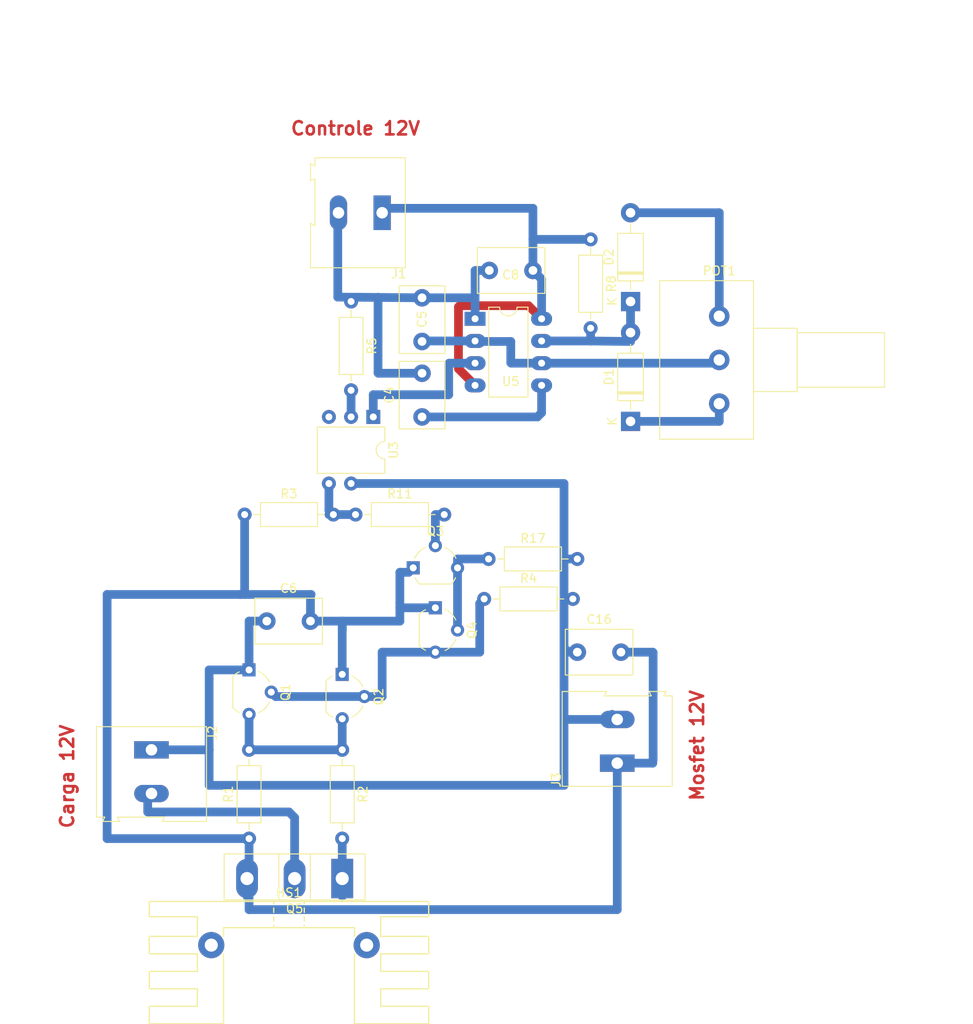
<source format=kicad_pcb>
(kicad_pcb (version 20171130) (host pcbnew 5.1.10-88a1d61d58~90~ubuntu20.04.1)

  (general
    (thickness 1.6)
    (drawings 11)
    (tracks 125)
    (zones 0)
    (modules 27)
    (nets 20)
  )

  (page A4 portrait)
  (layers
    (0 F.Cu signal)
    (31 B.Cu signal)
    (32 B.Adhes user)
    (33 F.Adhes user)
    (34 B.Paste user)
    (35 F.Paste user)
    (36 B.SilkS user)
    (37 F.SilkS user)
    (38 B.Mask user)
    (39 F.Mask user)
    (40 Dwgs.User user)
    (41 Cmts.User user)
    (42 Eco1.User user)
    (43 Eco2.User user)
    (44 Edge.Cuts user)
    (45 Margin user)
    (46 B.CrtYd user)
    (47 F.CrtYd user)
    (48 B.Fab user)
    (49 F.Fab user hide)
  )

  (setup
    (last_trace_width 1)
    (trace_clearance 0.2)
    (zone_clearance 0.508)
    (zone_45_only no)
    (trace_min 0.2)
    (via_size 1.5)
    (via_drill 0.4)
    (via_min_size 0.4)
    (via_min_drill 0.3)
    (uvia_size 0.3)
    (uvia_drill 0.1)
    (uvias_allowed no)
    (uvia_min_size 0.2)
    (uvia_min_drill 0.1)
    (edge_width 0.1)
    (segment_width 0.2)
    (pcb_text_width 0.3)
    (pcb_text_size 1.5 1.5)
    (mod_edge_width 0.15)
    (mod_text_size 1 1)
    (mod_text_width 0.15)
    (pad_size 3.5 3.5)
    (pad_drill 1)
    (pad_to_mask_clearance 0)
    (solder_mask_min_width 0.25)
    (aux_axis_origin 0 0)
    (visible_elements FFFFEF7F)
    (pcbplotparams
      (layerselection 0x010fc_ffffffff)
      (usegerberextensions false)
      (usegerberattributes false)
      (usegerberadvancedattributes false)
      (creategerberjobfile false)
      (excludeedgelayer true)
      (linewidth 0.100000)
      (plotframeref false)
      (viasonmask false)
      (mode 1)
      (useauxorigin false)
      (hpglpennumber 1)
      (hpglpenspeed 20)
      (hpglpendiameter 15.000000)
      (psnegative false)
      (psa4output false)
      (plotreference true)
      (plotvalue true)
      (plotinvisibletext false)
      (padsonsilk false)
      (subtractmaskfromsilk false)
      (outputformat 1)
      (mirror false)
      (drillshape 1)
      (scaleselection 1)
      (outputdirectory ""))
  )

  (net 0 "")
  (net 1 +12V)
  (net 2 "Net-(C4-Pad1)")
  (net 3 "Net-(Q1-Pad2)")
  (net 4 "Net-(Q3-Pad2)")
  (net 5 "Net-(U3-Pad3)")
  (net 6 GND2)
  (net 7 GND1)
  (net 8 /PWM)
  (net 9 "Net-(Q3-Pad3)")
  (net 10 "Net-(Q5-Pad1)")
  (net 11 /MOS_Gate)
  (net 12 "Net-(R11-Pad1)")
  (net 13 "Net-(R5-Pad2)")
  (net 14 "Net-(C5-Pad1)")
  (net 15 +12VA)
  (net 16 "Net-(D1-Pad1)")
  (net 17 "Net-(D2-Pad2)")
  (net 18 "Net-(J2-Pad2)")
  (net 19 "Net-(D1-Pad2)")

  (net_class Default "This is the default net class."
    (clearance 0.2)
    (trace_width 1)
    (via_dia 1.5)
    (via_drill 0.4)
    (uvia_dia 0.3)
    (uvia_drill 0.1)
    (add_net +12V)
    (add_net +12VA)
    (add_net /MOS_Gate)
    (add_net /PWM)
    (add_net GND1)
    (add_net GND2)
    (add_net "Net-(C4-Pad1)")
    (add_net "Net-(C5-Pad1)")
    (add_net "Net-(D1-Pad1)")
    (add_net "Net-(D1-Pad2)")
    (add_net "Net-(D2-Pad2)")
    (add_net "Net-(J2-Pad2)")
    (add_net "Net-(Q1-Pad2)")
    (add_net "Net-(Q3-Pad2)")
    (add_net "Net-(Q3-Pad3)")
    (add_net "Net-(Q5-Pad1)")
    (add_net "Net-(R11-Pad1)")
    (add_net "Net-(R5-Pad2)")
    (add_net "Net-(U3-Pad3)")
  )

  (module TerminalBlock:TerminalBlock_Altech_AK300-2_P5.00mm (layer F.Cu) (tedit 61474A2B) (tstamp 6147789A)
    (at 89.408 104.648 180)
    (descr "Altech AK300 terminal block, pitch 5.0mm, 45 degree angled, see http://www.mouser.com/ds/2/16/PCBMETRC-24178.pdf")
    (tags "Altech AK300 terminal block pitch 5.0mm")
    (path /614916C3)
    (fp_text reference J1 (at -1.92 -6.99 180) (layer F.SilkS)
      (effects (font (size 1 1) (thickness 0.15)))
    )
    (fp_text value Vin_cnt (at 2.78 7.75 180) (layer F.Fab)
      (effects (font (size 1 1) (thickness 0.15)))
    )
    (fp_line (start -2.65 -6.3) (end -2.65 6.3) (layer F.SilkS) (width 0.12))
    (fp_line (start -2.65 6.3) (end 7.7 6.3) (layer F.SilkS) (width 0.12))
    (fp_line (start 7.7 6.3) (end 7.7 5.35) (layer F.SilkS) (width 0.12))
    (fp_line (start 7.7 5.35) (end 8.2 5.6) (layer F.SilkS) (width 0.12))
    (fp_line (start 8.2 5.6) (end 8.2 3.7) (layer F.SilkS) (width 0.12))
    (fp_line (start 8.2 3.7) (end 8.2 3.65) (layer F.SilkS) (width 0.12))
    (fp_line (start 8.2 3.65) (end 7.7 3.9) (layer F.SilkS) (width 0.12))
    (fp_line (start 7.7 3.9) (end 7.7 -1.5) (layer F.SilkS) (width 0.12))
    (fp_line (start 7.7 -1.5) (end 8.2 -1.2) (layer F.SilkS) (width 0.12))
    (fp_line (start 8.2 -1.2) (end 8.2 -6.3) (layer F.SilkS) (width 0.12))
    (fp_line (start 8.2 -6.3) (end -2.65 -6.3) (layer F.SilkS) (width 0.12))
    (fp_line (start -1.26 2.54) (end 1.28 2.54) (layer F.Fab) (width 0.1))
    (fp_line (start 1.28 2.54) (end 1.28 -0.25) (layer F.Fab) (width 0.1))
    (fp_line (start -1.26 -0.25) (end 1.28 -0.25) (layer F.Fab) (width 0.1))
    (fp_line (start -1.26 2.54) (end -1.26 -0.25) (layer F.Fab) (width 0.1))
    (fp_line (start 3.74 2.54) (end 6.28 2.54) (layer F.Fab) (width 0.1))
    (fp_line (start 6.28 2.54) (end 6.28 -0.25) (layer F.Fab) (width 0.1))
    (fp_line (start 3.74 -0.25) (end 6.28 -0.25) (layer F.Fab) (width 0.1))
    (fp_line (start 3.74 2.54) (end 3.74 -0.25) (layer F.Fab) (width 0.1))
    (fp_line (start 7.61 -6.22) (end 7.61 -3.17) (layer F.Fab) (width 0.1))
    (fp_line (start 7.61 -6.22) (end -2.58 -6.22) (layer F.Fab) (width 0.1))
    (fp_line (start 7.61 -6.22) (end 8.11 -6.22) (layer F.Fab) (width 0.1))
    (fp_line (start 8.11 -6.22) (end 8.11 -1.4) (layer F.Fab) (width 0.1))
    (fp_line (start 8.11 -1.4) (end 7.61 -1.65) (layer F.Fab) (width 0.1))
    (fp_line (start 8.11 5.46) (end 7.61 5.21) (layer F.Fab) (width 0.1))
    (fp_line (start 7.61 5.21) (end 7.61 6.22) (layer F.Fab) (width 0.1))
    (fp_line (start 8.11 3.81) (end 7.61 4.06) (layer F.Fab) (width 0.1))
    (fp_line (start 7.61 4.06) (end 7.61 5.21) (layer F.Fab) (width 0.1))
    (fp_line (start 8.11 3.81) (end 8.11 5.46) (layer F.Fab) (width 0.1))
    (fp_line (start 2.98 6.22) (end 2.98 4.32) (layer F.Fab) (width 0.1))
    (fp_line (start 7.05 -0.25) (end 7.05 4.32) (layer F.Fab) (width 0.1))
    (fp_line (start 2.98 6.22) (end 7.05 6.22) (layer F.Fab) (width 0.1))
    (fp_line (start 7.05 6.22) (end 7.61 6.22) (layer F.Fab) (width 0.1))
    (fp_line (start 2.04 6.22) (end 2.04 4.32) (layer F.Fab) (width 0.1))
    (fp_line (start 2.04 6.22) (end 2.98 6.22) (layer F.Fab) (width 0.1))
    (fp_line (start -2.02 -0.25) (end -2.02 4.32) (layer F.Fab) (width 0.1))
    (fp_line (start -2.58 6.22) (end -2.02 6.22) (layer F.Fab) (width 0.1))
    (fp_line (start -2.02 6.22) (end 2.04 6.22) (layer F.Fab) (width 0.1))
    (fp_line (start 2.98 4.32) (end 7.05 4.32) (layer F.Fab) (width 0.1))
    (fp_line (start 2.98 4.32) (end 2.98 -0.25) (layer F.Fab) (width 0.1))
    (fp_line (start 7.05 4.32) (end 7.05 6.22) (layer F.Fab) (width 0.1))
    (fp_line (start 2.04 4.32) (end -2.02 4.32) (layer F.Fab) (width 0.1))
    (fp_line (start 2.04 4.32) (end 2.04 -0.25) (layer F.Fab) (width 0.1))
    (fp_line (start -2.02 4.32) (end -2.02 6.22) (layer F.Fab) (width 0.1))
    (fp_line (start 6.67 3.68) (end 6.67 0.51) (layer F.Fab) (width 0.1))
    (fp_line (start 6.67 3.68) (end 3.36 3.68) (layer F.Fab) (width 0.1))
    (fp_line (start 3.36 3.68) (end 3.36 0.51) (layer F.Fab) (width 0.1))
    (fp_line (start 1.66 3.68) (end 1.66 0.51) (layer F.Fab) (width 0.1))
    (fp_line (start 1.66 3.68) (end -1.64 3.68) (layer F.Fab) (width 0.1))
    (fp_line (start -1.64 3.68) (end -1.64 0.51) (layer F.Fab) (width 0.1))
    (fp_line (start -1.64 0.51) (end -1.26 0.51) (layer F.Fab) (width 0.1))
    (fp_line (start 1.66 0.51) (end 1.28 0.51) (layer F.Fab) (width 0.1))
    (fp_line (start 3.36 0.51) (end 3.74 0.51) (layer F.Fab) (width 0.1))
    (fp_line (start 6.67 0.51) (end 6.28 0.51) (layer F.Fab) (width 0.1))
    (fp_line (start -2.58 6.22) (end -2.58 -0.64) (layer F.Fab) (width 0.1))
    (fp_line (start -2.58 -0.64) (end -2.58 -3.17) (layer F.Fab) (width 0.1))
    (fp_line (start 7.61 -1.65) (end 7.61 -0.64) (layer F.Fab) (width 0.1))
    (fp_line (start 7.61 -0.64) (end 7.61 4.06) (layer F.Fab) (width 0.1))
    (fp_line (start -2.58 -3.17) (end 7.61 -3.17) (layer F.Fab) (width 0.1))
    (fp_line (start -2.58 -3.17) (end -2.58 -6.22) (layer F.Fab) (width 0.1))
    (fp_line (start 7.61 -3.17) (end 7.61 -1.65) (layer F.Fab) (width 0.1))
    (fp_line (start 2.98 -3.43) (end 2.98 -5.97) (layer F.Fab) (width 0.1))
    (fp_line (start 2.98 -5.97) (end 7.05 -5.97) (layer F.Fab) (width 0.1))
    (fp_line (start 7.05 -5.97) (end 7.05 -3.43) (layer F.Fab) (width 0.1))
    (fp_line (start 7.05 -3.43) (end 2.98 -3.43) (layer F.Fab) (width 0.1))
    (fp_line (start 2.04 -3.43) (end 2.04 -5.97) (layer F.Fab) (width 0.1))
    (fp_line (start 2.04 -3.43) (end -2.02 -3.43) (layer F.Fab) (width 0.1))
    (fp_line (start -2.02 -3.43) (end -2.02 -5.97) (layer F.Fab) (width 0.1))
    (fp_line (start 2.04 -5.97) (end -2.02 -5.97) (layer F.Fab) (width 0.1))
    (fp_line (start 3.39 -4.45) (end 6.44 -5.08) (layer F.Fab) (width 0.1))
    (fp_line (start 3.52 -4.32) (end 6.56 -4.95) (layer F.Fab) (width 0.1))
    (fp_line (start -1.62 -4.45) (end 1.44 -5.08) (layer F.Fab) (width 0.1))
    (fp_line (start -1.49 -4.32) (end 1.56 -4.95) (layer F.Fab) (width 0.1))
    (fp_line (start -2.02 -0.25) (end -1.64 -0.25) (layer F.Fab) (width 0.1))
    (fp_line (start 2.04 -0.25) (end 1.66 -0.25) (layer F.Fab) (width 0.1))
    (fp_line (start 1.66 -0.25) (end -1.64 -0.25) (layer F.Fab) (width 0.1))
    (fp_line (start -2.58 -0.64) (end -1.64 -0.64) (layer F.Fab) (width 0.1))
    (fp_line (start -1.64 -0.64) (end 1.66 -0.64) (layer F.Fab) (width 0.1))
    (fp_line (start 1.66 -0.64) (end 3.36 -0.64) (layer F.Fab) (width 0.1))
    (fp_line (start 7.61 -0.64) (end 6.67 -0.64) (layer F.Fab) (width 0.1))
    (fp_line (start 6.67 -0.64) (end 3.36 -0.64) (layer F.Fab) (width 0.1))
    (fp_line (start 7.05 -0.25) (end 6.67 -0.25) (layer F.Fab) (width 0.1))
    (fp_line (start 2.98 -0.25) (end 3.36 -0.25) (layer F.Fab) (width 0.1))
    (fp_line (start 3.36 -0.25) (end 6.67 -0.25) (layer F.Fab) (width 0.1))
    (fp_line (start -2.83 -6.47) (end 8.36 -6.47) (layer F.CrtYd) (width 0.05))
    (fp_line (start -2.83 -6.47) (end -2.83 6.47) (layer F.CrtYd) (width 0.05))
    (fp_line (start 8.36 6.47) (end 8.36 -6.47) (layer F.CrtYd) (width 0.05))
    (fp_line (start 8.36 6.47) (end -2.83 6.47) (layer F.CrtYd) (width 0.05))
    (fp_arc (start -1.13 -4.65) (end -1.42 -4.13) (angle 104.2) (layer F.Fab) (width 0.1))
    (fp_arc (start -0.01 -3.71) (end -1.62 -5) (angle 100) (layer F.Fab) (width 0.1))
    (fp_arc (start 0.06 -6.07) (end 1.53 -4.12) (angle 75.5) (layer F.Fab) (width 0.1))
    (fp_arc (start 1.03 -4.59) (end 1.53 -5.05) (angle 90.5) (layer F.Fab) (width 0.1))
    (fp_arc (start 3.87 -4.65) (end 3.58 -4.13) (angle 104.2) (layer F.Fab) (width 0.1))
    (fp_arc (start 4.99 -3.71) (end 3.39 -5) (angle 100) (layer F.Fab) (width 0.1))
    (fp_arc (start 5.07 -6.07) (end 6.53 -4.12) (angle 75.5) (layer F.Fab) (width 0.1))
    (fp_arc (start 6.03 -4.59) (end 6.54 -5.05) (angle 90.5) (layer F.Fab) (width 0.1))
    (fp_text user %R (at 2.5 -2 180) (layer F.Fab)
      (effects (font (size 1 1) (thickness 0.15)))
    )
    (pad 1 thru_hole oval (at 5 0 180) (size 1.98 3.96) (drill 1.32) (layers *.Cu *.Mask)
      (net 7 GND1))
    (pad 2 thru_hole rect (at 0 0 180) (size 1.98 3.96) (drill 1.32) (layers *.Cu *.Mask)
      (net 1 +12V))
    (model ${KISYS3DMOD}/TerminalBlock.3dshapes/TerminalBlock_Altech_AK300-2_P5.00mm.wrl
      (at (xyz 0 0 0))
      (scale (xyz 1 1 1))
      (rotate (xyz 0 0 0))
    )
    (model /home/fgl27/android/pessoal/fac/pcbs/components_libs/2_PIN_Block.wrl
      (offset (xyz 2.5 -3.5 0.5))
      (scale (xyz 0.4 0.4 0.4))
      (rotate (xyz 0 0 0))
    )
  )

  (module Package_DIP:DIP-6_W7.62mm (layer F.Cu) (tedit 61472F79) (tstamp 614776EA)
    (at 88.392 128.016 270)
    (descr "6-lead though-hole mounted DIP package, row spacing 7.62 mm (300 mils)")
    (tags "THT DIP DIL PDIP 2.54mm 7.62mm 300mil")
    (path /61579FF5)
    (fp_text reference U3 (at 3.81 -2.33 270) (layer F.SilkS)
      (effects (font (size 1 1) (thickness 0.15)))
    )
    (fp_text value 4N25 (at 3.81 7.41 270) (layer F.Fab)
      (effects (font (size 1 1) (thickness 0.15)))
    )
    (fp_line (start 8.7 -1.55) (end -1.1 -1.55) (layer F.CrtYd) (width 0.05))
    (fp_line (start 8.7 6.6) (end 8.7 -1.55) (layer F.CrtYd) (width 0.05))
    (fp_line (start -1.1 6.6) (end 8.7 6.6) (layer F.CrtYd) (width 0.05))
    (fp_line (start -1.1 -1.55) (end -1.1 6.6) (layer F.CrtYd) (width 0.05))
    (fp_line (start 6.46 -1.33) (end 4.81 -1.33) (layer F.SilkS) (width 0.12))
    (fp_line (start 6.46 6.41) (end 6.46 -1.33) (layer F.SilkS) (width 0.12))
    (fp_line (start 1.16 6.41) (end 6.46 6.41) (layer F.SilkS) (width 0.12))
    (fp_line (start 1.16 -1.33) (end 1.16 6.41) (layer F.SilkS) (width 0.12))
    (fp_line (start 2.81 -1.33) (end 1.16 -1.33) (layer F.SilkS) (width 0.12))
    (fp_line (start 0.635 -0.27) (end 1.635 -1.27) (layer F.Fab) (width 0.1))
    (fp_line (start 0.635 6.35) (end 0.635 -0.27) (layer F.Fab) (width 0.1))
    (fp_line (start 6.985 6.35) (end 0.635 6.35) (layer F.Fab) (width 0.1))
    (fp_line (start 6.985 -1.27) (end 6.985 6.35) (layer F.Fab) (width 0.1))
    (fp_line (start 1.635 -1.27) (end 6.985 -1.27) (layer F.Fab) (width 0.1))
    (fp_text user %R (at 3.81 2.54 270) (layer F.Fab)
      (effects (font (size 1 1) (thickness 0.15)))
    )
    (fp_arc (start 3.81 -1.33) (end 2.81 -1.33) (angle -180) (layer F.SilkS) (width 0.12))
    (pad 3 thru_hole oval (at 0 5.08 270) (size 1.6 1.6) (drill 0.8) (layers *.Cu *.Mask)
      (net 5 "Net-(U3-Pad3)"))
    (pad 5 thru_hole oval (at 7.62 2.54 270) (size 1.6 1.6) (drill 0.8) (layers *.Cu *.Mask)
      (net 15 +12VA))
    (pad 2 thru_hole oval (at 0 2.54 270) (size 1.6 1.6) (drill 0.8) (layers *.Cu *.Mask)
      (net 13 "Net-(R5-Pad2)"))
    (pad 4 thru_hole oval (at 7.62 5.08 270) (size 1.6 1.6) (drill 0.8) (layers *.Cu *.Mask)
      (net 12 "Net-(R11-Pad1)"))
    (pad 1 thru_hole rect (at 0 0 270) (size 1.6 1.6) (drill 0.8) (layers *.Cu *.Mask)
      (net 8 /PWM))
    (model ${KISYS3DMOD}/Package_DIP.3dshapes/DIP-6_W7.62mm.wrl
      (at (xyz 0 0 0))
      (scale (xyz 1 1 1))
      (rotate (xyz 0 0 0))
    )
  )

  (module Diode_THT:D_DO-41_SOD81_P10.16mm_Horizontal (layer F.Cu) (tedit 5AE50CD5) (tstamp 614777BF)
    (at 117.856 114.808 90)
    (descr "Diode, DO-41_SOD81 series, Axial, Horizontal, pin pitch=10.16mm, , length*diameter=5.2*2.7mm^2, , http://www.diodes.com/_files/packages/DO-41%20(Plastic).pdf")
    (tags "Diode DO-41_SOD81 series Axial Horizontal pin pitch 10.16mm  length 5.2mm diameter 2.7mm")
    (path /614EF308)
    (fp_text reference D2 (at 5.08 -2.47 90) (layer F.SilkS)
      (effects (font (size 1 1) (thickness 0.15)))
    )
    (fp_text value FR154 (at 5.08 2.47 90) (layer F.Fab)
      (effects (font (size 1 1) (thickness 0.15)))
    )
    (fp_line (start 2.48 -1.35) (end 2.48 1.35) (layer F.Fab) (width 0.1))
    (fp_line (start 2.48 1.35) (end 7.68 1.35) (layer F.Fab) (width 0.1))
    (fp_line (start 7.68 1.35) (end 7.68 -1.35) (layer F.Fab) (width 0.1))
    (fp_line (start 7.68 -1.35) (end 2.48 -1.35) (layer F.Fab) (width 0.1))
    (fp_line (start 0 0) (end 2.48 0) (layer F.Fab) (width 0.1))
    (fp_line (start 10.16 0) (end 7.68 0) (layer F.Fab) (width 0.1))
    (fp_line (start 3.26 -1.35) (end 3.26 1.35) (layer F.Fab) (width 0.1))
    (fp_line (start 3.36 -1.35) (end 3.36 1.35) (layer F.Fab) (width 0.1))
    (fp_line (start 3.16 -1.35) (end 3.16 1.35) (layer F.Fab) (width 0.1))
    (fp_line (start 2.36 -1.47) (end 2.36 1.47) (layer F.SilkS) (width 0.12))
    (fp_line (start 2.36 1.47) (end 7.8 1.47) (layer F.SilkS) (width 0.12))
    (fp_line (start 7.8 1.47) (end 7.8 -1.47) (layer F.SilkS) (width 0.12))
    (fp_line (start 7.8 -1.47) (end 2.36 -1.47) (layer F.SilkS) (width 0.12))
    (fp_line (start 1.34 0) (end 2.36 0) (layer F.SilkS) (width 0.12))
    (fp_line (start 8.82 0) (end 7.8 0) (layer F.SilkS) (width 0.12))
    (fp_line (start 3.26 -1.47) (end 3.26 1.47) (layer F.SilkS) (width 0.12))
    (fp_line (start 3.38 -1.47) (end 3.38 1.47) (layer F.SilkS) (width 0.12))
    (fp_line (start 3.14 -1.47) (end 3.14 1.47) (layer F.SilkS) (width 0.12))
    (fp_line (start -1.35 -1.6) (end -1.35 1.6) (layer F.CrtYd) (width 0.05))
    (fp_line (start -1.35 1.6) (end 11.51 1.6) (layer F.CrtYd) (width 0.05))
    (fp_line (start 11.51 1.6) (end 11.51 -1.6) (layer F.CrtYd) (width 0.05))
    (fp_line (start 11.51 -1.6) (end -1.35 -1.6) (layer F.CrtYd) (width 0.05))
    (fp_text user K (at 0 -2.1 90) (layer F.SilkS)
      (effects (font (size 1 1) (thickness 0.15)))
    )
    (fp_text user K (at 0 -2.1 90) (layer F.Fab)
      (effects (font (size 1 1) (thickness 0.15)))
    )
    (fp_text user %R (at 5.47 0 90) (layer F.Fab)
      (effects (font (size 1 1) (thickness 0.15)))
    )
    (pad 2 thru_hole oval (at 10.16 0 90) (size 2.2 2.2) (drill 1.1) (layers *.Cu *.Mask)
      (net 17 "Net-(D2-Pad2)"))
    (pad 1 thru_hole rect (at 0 0 90) (size 2.2 2.2) (drill 1.1) (layers *.Cu *.Mask)
      (net 19 "Net-(D1-Pad2)"))
    (model ${KISYS3DMOD}/Diode_THT.3dshapes/D_DO-41_SOD81_P10.16mm_Horizontal.wrl
      (at (xyz 0 0 0))
      (scale (xyz 1 1 1))
      (rotate (xyz 0 0 0))
    )
  )

  (module Diode_THT:D_DO-41_SOD81_P10.16mm_Horizontal (layer F.Cu) (tedit 5AE50CD5) (tstamp 61477762)
    (at 117.856 128.524 90)
    (descr "Diode, DO-41_SOD81 series, Axial, Horizontal, pin pitch=10.16mm, , length*diameter=5.2*2.7mm^2, , http://www.diodes.com/_files/packages/DO-41%20(Plastic).pdf")
    (tags "Diode DO-41_SOD81 series Axial Horizontal pin pitch 10.16mm  length 5.2mm diameter 2.7mm")
    (path /61C36679)
    (fp_text reference D1 (at 5.08 -2.47 90) (layer F.SilkS)
      (effects (font (size 1 1) (thickness 0.15)))
    )
    (fp_text value FR154 (at 5.08 2.47 90) (layer F.Fab)
      (effects (font (size 1 1) (thickness 0.15)))
    )
    (fp_line (start 2.48 -1.35) (end 2.48 1.35) (layer F.Fab) (width 0.1))
    (fp_line (start 2.48 1.35) (end 7.68 1.35) (layer F.Fab) (width 0.1))
    (fp_line (start 7.68 1.35) (end 7.68 -1.35) (layer F.Fab) (width 0.1))
    (fp_line (start 7.68 -1.35) (end 2.48 -1.35) (layer F.Fab) (width 0.1))
    (fp_line (start 0 0) (end 2.48 0) (layer F.Fab) (width 0.1))
    (fp_line (start 10.16 0) (end 7.68 0) (layer F.Fab) (width 0.1))
    (fp_line (start 3.26 -1.35) (end 3.26 1.35) (layer F.Fab) (width 0.1))
    (fp_line (start 3.36 -1.35) (end 3.36 1.35) (layer F.Fab) (width 0.1))
    (fp_line (start 3.16 -1.35) (end 3.16 1.35) (layer F.Fab) (width 0.1))
    (fp_line (start 2.36 -1.47) (end 2.36 1.47) (layer F.SilkS) (width 0.12))
    (fp_line (start 2.36 1.47) (end 7.8 1.47) (layer F.SilkS) (width 0.12))
    (fp_line (start 7.8 1.47) (end 7.8 -1.47) (layer F.SilkS) (width 0.12))
    (fp_line (start 7.8 -1.47) (end 2.36 -1.47) (layer F.SilkS) (width 0.12))
    (fp_line (start 1.34 0) (end 2.36 0) (layer F.SilkS) (width 0.12))
    (fp_line (start 8.82 0) (end 7.8 0) (layer F.SilkS) (width 0.12))
    (fp_line (start 3.26 -1.47) (end 3.26 1.47) (layer F.SilkS) (width 0.12))
    (fp_line (start 3.38 -1.47) (end 3.38 1.47) (layer F.SilkS) (width 0.12))
    (fp_line (start 3.14 -1.47) (end 3.14 1.47) (layer F.SilkS) (width 0.12))
    (fp_line (start -1.35 -1.6) (end -1.35 1.6) (layer F.CrtYd) (width 0.05))
    (fp_line (start -1.35 1.6) (end 11.51 1.6) (layer F.CrtYd) (width 0.05))
    (fp_line (start 11.51 1.6) (end 11.51 -1.6) (layer F.CrtYd) (width 0.05))
    (fp_line (start 11.51 -1.6) (end -1.35 -1.6) (layer F.CrtYd) (width 0.05))
    (fp_text user K (at 0 -2.1 90) (layer F.SilkS)
      (effects (font (size 1 1) (thickness 0.15)))
    )
    (fp_text user K (at 0 -2.1 90) (layer F.Fab)
      (effects (font (size 1 1) (thickness 0.15)))
    )
    (fp_text user %R (at 5.47 0 90) (layer F.Fab)
      (effects (font (size 1 1) (thickness 0.15)))
    )
    (pad 2 thru_hole oval (at 10.16 0 90) (size 2.2 2.2) (drill 1.1) (layers *.Cu *.Mask)
      (net 19 "Net-(D1-Pad2)"))
    (pad 1 thru_hole rect (at 0 0 90) (size 2.2 2.2) (drill 1.1) (layers *.Cu *.Mask)
      (net 16 "Net-(D1-Pad1)"))
    (model ${KISYS3DMOD}/Diode_THT.3dshapes/D_DO-41_SOD81_P10.16mm_Horizontal.wrl
      (at (xyz 0 0 0))
      (scale (xyz 1 1 1))
      (rotate (xyz 0 0 0))
    )
  )

  (module Resistor_THT:R_Axial_DIN0207_L6.3mm_D2.5mm_P10.16mm_Horizontal (layer F.Cu) (tedit 5AE5139B) (tstamp 61477514)
    (at 85.852 114.808 270)
    (descr "Resistor, Axial_DIN0207 series, Axial, Horizontal, pin pitch=10.16mm, 0.25W = 1/4W, length*diameter=6.3*2.5mm^2, http://cdn-reichelt.de/documents/datenblatt/B400/1_4W%23YAG.pdf")
    (tags "Resistor Axial_DIN0207 series Axial Horizontal pin pitch 10.16mm 0.25W = 1/4W length 6.3mm diameter 2.5mm")
    (path /61654262)
    (fp_text reference R5 (at 5.08 -2.37 90) (layer F.SilkS)
      (effects (font (size 1 1) (thickness 0.15)))
    )
    (fp_text value 470Ω (at 5.08 2.37 90) (layer F.Fab)
      (effects (font (size 1 1) (thickness 0.15)))
    )
    (fp_line (start 1.93 -1.25) (end 1.93 1.25) (layer F.Fab) (width 0.1))
    (fp_line (start 1.93 1.25) (end 8.23 1.25) (layer F.Fab) (width 0.1))
    (fp_line (start 8.23 1.25) (end 8.23 -1.25) (layer F.Fab) (width 0.1))
    (fp_line (start 8.23 -1.25) (end 1.93 -1.25) (layer F.Fab) (width 0.1))
    (fp_line (start 0 0) (end 1.93 0) (layer F.Fab) (width 0.1))
    (fp_line (start 10.16 0) (end 8.23 0) (layer F.Fab) (width 0.1))
    (fp_line (start 1.81 -1.37) (end 1.81 1.37) (layer F.SilkS) (width 0.12))
    (fp_line (start 1.81 1.37) (end 8.35 1.37) (layer F.SilkS) (width 0.12))
    (fp_line (start 8.35 1.37) (end 8.35 -1.37) (layer F.SilkS) (width 0.12))
    (fp_line (start 8.35 -1.37) (end 1.81 -1.37) (layer F.SilkS) (width 0.12))
    (fp_line (start 1.04 0) (end 1.81 0) (layer F.SilkS) (width 0.12))
    (fp_line (start 9.12 0) (end 8.35 0) (layer F.SilkS) (width 0.12))
    (fp_line (start -1.05 -1.5) (end -1.05 1.5) (layer F.CrtYd) (width 0.05))
    (fp_line (start -1.05 1.5) (end 11.21 1.5) (layer F.CrtYd) (width 0.05))
    (fp_line (start 11.21 1.5) (end 11.21 -1.5) (layer F.CrtYd) (width 0.05))
    (fp_line (start 11.21 -1.5) (end -1.05 -1.5) (layer F.CrtYd) (width 0.05))
    (fp_text user %R (at 5.08 0 90) (layer F.Fab)
      (effects (font (size 1 1) (thickness 0.15)))
    )
    (pad 2 thru_hole oval (at 10.16 0 270) (size 1.6 1.6) (drill 0.8) (layers *.Cu *.Mask)
      (net 13 "Net-(R5-Pad2)"))
    (pad 1 thru_hole circle (at 0 0 270) (size 1.6 1.6) (drill 0.8) (layers *.Cu *.Mask)
      (net 7 GND1))
    (model ${KISYS3DMOD}/Resistor_THT.3dshapes/R_Axial_DIN0207_L6.3mm_D2.5mm_P10.16mm_Horizontal.wrl
      (at (xyz 0 0 0))
      (scale (xyz 1 1 1))
      (rotate (xyz 0 0 0))
    )
  )

  (module Potentiometer_THT:Potentiometer_Alps_RK163_Single_Horizontal (layer F.Cu) (tedit 61467F0D) (tstamp 61475A2D)
    (at 128.016 126.492)
    (descr "Potentiometer, horizontal, Alps RK163 Single, http://www.alps.com/prod/info/E/HTML/Potentiometer/RotaryPotentiometers/RK16/RK16_list.html")
    (tags "Potentiometer horizontal Alps RK163 Single")
    (path /613D790D)
    (fp_text reference POT1 (at 0 -15.2 180) (layer F.SilkS)
      (effects (font (size 1 1) (thickness 0.15)))
    )
    (fp_text value 100kΩ (at 0 5.2 180) (layer F.Fab)
      (effects (font (size 1 1) (thickness 0.15)))
    )
    (fp_line (start -6.7 -13.95) (end -6.7 3.95) (layer F.Fab) (width 0.1))
    (fp_line (start -6.7 3.95) (end 3.8 3.95) (layer F.Fab) (width 0.1))
    (fp_line (start 3.8 3.95) (end 3.8 -13.95) (layer F.Fab) (width 0.1))
    (fp_line (start 3.8 -13.95) (end -6.7 -13.95) (layer F.Fab) (width 0.1))
    (fp_line (start 3.8 -8.5) (end 3.8 -1.5) (layer F.Fab) (width 0.1))
    (fp_line (start 3.8 -1.5) (end 8.8 -1.5) (layer F.Fab) (width 0.1))
    (fp_line (start 8.8 -1.5) (end 8.8 -8.5) (layer F.Fab) (width 0.1))
    (fp_line (start 8.8 -8.5) (end 3.8 -8.5) (layer F.Fab) (width 0.1))
    (fp_line (start 8.8 -8) (end 8.8 -2) (layer F.Fab) (width 0.1))
    (fp_line (start 8.8 -2) (end 18.8 -2) (layer F.Fab) (width 0.1))
    (fp_line (start 18.8 -2) (end 18.8 -8) (layer F.Fab) (width 0.1))
    (fp_line (start 18.8 -8) (end 8.8 -8) (layer F.Fab) (width 0.1))
    (fp_line (start -6.82 -14.07) (end 3.92 -14.07) (layer F.SilkS) (width 0.12))
    (fp_line (start -6.82 4.07) (end 3.92 4.07) (layer F.SilkS) (width 0.12))
    (fp_line (start -6.82 -14.07) (end -6.82 4.07) (layer F.SilkS) (width 0.12))
    (fp_line (start 3.92 -14.07) (end 3.92 4.07) (layer F.SilkS) (width 0.12))
    (fp_line (start 3.92 -8.62) (end 8.92 -8.62) (layer F.SilkS) (width 0.12))
    (fp_line (start 3.92 -1.38) (end 8.92 -1.38) (layer F.SilkS) (width 0.12))
    (fp_line (start 3.92 -8.62) (end 3.92 -1.38) (layer F.SilkS) (width 0.12))
    (fp_line (start 8.92 -8.62) (end 8.92 -1.38) (layer F.SilkS) (width 0.12))
    (fp_line (start 8.92 -8.12) (end 18.92 -8.12) (layer F.SilkS) (width 0.12))
    (fp_line (start 8.92 -1.879) (end 18.92 -1.879) (layer F.SilkS) (width 0.12))
    (fp_line (start 8.92 -8.12) (end 8.92 -1.879) (layer F.SilkS) (width 0.12))
    (fp_line (start 18.92 -8.12) (end 18.92 -1.879) (layer F.SilkS) (width 0.12))
    (fp_line (start -6.95 -14.2) (end -6.95 4.2) (layer F.CrtYd) (width 0.05))
    (fp_line (start -6.95 4.2) (end 19.05 4.2) (layer F.CrtYd) (width 0.05))
    (fp_line (start 19.05 4.2) (end 19.05 -14.2) (layer F.CrtYd) (width 0.05))
    (fp_line (start 19.05 -14.2) (end -6.95 -14.2) (layer F.CrtYd) (width 0.05))
    (fp_text user %R (at -1.45 -5 180) (layer F.Fab)
      (effects (font (size 1 1) (thickness 0.15)))
    )
    (pad 3 thru_hole circle (at 0 0) (size 2.34 2.34) (drill 1.3) (layers *.Cu *.Mask)
      (net 16 "Net-(D1-Pad1)"))
    (pad 2 thru_hole circle (at 0 -5) (size 2.34 2.34) (drill 1.3) (layers *.Cu *.Mask)
      (net 14 "Net-(C5-Pad1)"))
    (pad 1 thru_hole circle (at 0 -10) (size 2.34 2.34) (drill 1.3) (layers *.Cu *.Mask)
      (net 17 "Net-(D2-Pad2)"))
    (model ${KISYS3DMOD}/Potentiometer_THT.3dshapes/Potentiometer_Alps_RK163_Single_Horizontal.wrl
      (at (xyz 0 0 0))
      (scale (xyz 1 1 1))
      (rotate (xyz 0 0 0))
    )
    (model /home/fgl27/android/pessoal/fac/pcbs/components_libs/potentiometer-3.snapshot.4/POTENTIOMETER.STEP
      (offset (xyz -5 5 13))
      (scale (xyz 1 1 1))
      (rotate (xyz -90 0 -90))
    )
    (model /home/fgl27/android/pessoal/fac/pcbs/components_libs/ec11_rotary_encoder_knob_-yf-19-1.snapshot.2/EC11_rotary_encoder_knob/EC11_rotary_encoder_knob.igs
      (offset (xyz 12 4.5 13))
      (scale (xyz 1 1 1))
      (rotate (xyz 0 0 90))
    )
  )

  (module Package_TO_SOT_THT:TO-247-3_Vertical (layer F.Cu) (tedit 5AC86DC3) (tstamp 6147755A)
    (at 84.836 180.848 180)
    (descr "TO-247-3, Vertical, RM 5.45mm, see https://toshiba.semicon-storage.com/us/product/mosfet/to-247-4l.html")
    (tags "TO-247-3 Vertical RM 5.45mm")
    (path /614AA39E)
    (fp_text reference Q5 (at 5.45 -3.45) (layer F.SilkS)
      (effects (font (size 1 1) (thickness 0.15)))
    )
    (fp_text value IRFP260 (at 5.45 3.95) (layer F.Fab)
      (effects (font (size 1 1) (thickness 0.15)))
    )
    (fp_line (start -2.5 -2.33) (end -2.5 2.7) (layer F.Fab) (width 0.1))
    (fp_line (start -2.5 2.7) (end 13.4 2.7) (layer F.Fab) (width 0.1))
    (fp_line (start 13.4 2.7) (end 13.4 -2.33) (layer F.Fab) (width 0.1))
    (fp_line (start 13.4 -2.33) (end -2.5 -2.33) (layer F.Fab) (width 0.1))
    (fp_line (start 3.645 -2.33) (end 3.645 2.7) (layer F.Fab) (width 0.1))
    (fp_line (start 7.255 -2.33) (end 7.255 2.7) (layer F.Fab) (width 0.1))
    (fp_line (start -2.62 -2.451) (end 13.52 -2.451) (layer F.SilkS) (width 0.12))
    (fp_line (start -2.62 2.82) (end 13.52 2.82) (layer F.SilkS) (width 0.12))
    (fp_line (start -2.62 -2.451) (end -2.62 2.82) (layer F.SilkS) (width 0.12))
    (fp_line (start 13.52 -2.451) (end 13.52 2.82) (layer F.SilkS) (width 0.12))
    (fp_line (start 3.646 -2.451) (end 3.646 2.82) (layer F.SilkS) (width 0.12))
    (fp_line (start 7.255 -2.451) (end 7.255 2.82) (layer F.SilkS) (width 0.12))
    (fp_line (start -2.75 -2.59) (end -2.75 2.95) (layer F.CrtYd) (width 0.05))
    (fp_line (start -2.75 2.95) (end 13.65 2.95) (layer F.CrtYd) (width 0.05))
    (fp_line (start 13.65 2.95) (end 13.65 -2.59) (layer F.CrtYd) (width 0.05))
    (fp_line (start 13.65 -2.59) (end -2.75 -2.59) (layer F.CrtYd) (width 0.05))
    (fp_text user %R (at 5.45 -3.45) (layer F.Fab)
      (effects (font (size 1 1) (thickness 0.15)))
    )
    (pad 3 thru_hole oval (at 10.9 0 180) (size 2.5 4.5) (drill 1.5) (layers *.Cu *.Mask)
      (net 6 GND2))
    (pad 2 thru_hole oval (at 5.45 0 180) (size 2.5 4.5) (drill 1.5) (layers *.Cu *.Mask)
      (net 18 "Net-(J2-Pad2)"))
    (pad 1 thru_hole rect (at 0 0 180) (size 2.5 4.5) (drill 1.5) (layers *.Cu *.Mask)
      (net 10 "Net-(Q5-Pad1)"))
    (model ${KISYS3DMOD}/Package_TO_SOT_THT.3dshapes/TO-247-3_Vertical.wrl
      (at (xyz 0 0 0))
      (scale (xyz 1 1 1))
      (rotate (xyz 0 0 0))
    )
  )

  (module TerminalBlock:TerminalBlock_Altech_AK300-2_P5.00mm (layer F.Cu) (tedit 59FF0306) (tstamp 614775EE)
    (at 62.992 166.116 270)
    (descr "Altech AK300 terminal block, pitch 5.0mm, 45 degree angled, see http://www.mouser.com/ds/2/16/PCBMETRC-24178.pdf")
    (tags "Altech AK300 terminal block pitch 5.0mm")
    (path /61631794)
    (fp_text reference J2 (at -1.92 -6.99 90) (layer F.SilkS)
      (effects (font (size 1 1) (thickness 0.15)))
    )
    (fp_text value Carga (at 2.78 7.75 90) (layer F.Fab)
      (effects (font (size 1 1) (thickness 0.15)))
    )
    (fp_line (start -2.65 -6.3) (end -2.65 6.3) (layer F.SilkS) (width 0.12))
    (fp_line (start -2.65 6.3) (end 7.7 6.3) (layer F.SilkS) (width 0.12))
    (fp_line (start 7.7 6.3) (end 7.7 5.35) (layer F.SilkS) (width 0.12))
    (fp_line (start 7.7 5.35) (end 8.2 5.6) (layer F.SilkS) (width 0.12))
    (fp_line (start 8.2 5.6) (end 8.2 3.7) (layer F.SilkS) (width 0.12))
    (fp_line (start 8.2 3.7) (end 8.2 3.65) (layer F.SilkS) (width 0.12))
    (fp_line (start 8.2 3.65) (end 7.7 3.9) (layer F.SilkS) (width 0.12))
    (fp_line (start 7.7 3.9) (end 7.7 -1.5) (layer F.SilkS) (width 0.12))
    (fp_line (start 7.7 -1.5) (end 8.2 -1.2) (layer F.SilkS) (width 0.12))
    (fp_line (start 8.2 -1.2) (end 8.2 -6.3) (layer F.SilkS) (width 0.12))
    (fp_line (start 8.2 -6.3) (end -2.65 -6.3) (layer F.SilkS) (width 0.12))
    (fp_line (start -1.26 2.54) (end 1.28 2.54) (layer F.Fab) (width 0.1))
    (fp_line (start 1.28 2.54) (end 1.28 -0.25) (layer F.Fab) (width 0.1))
    (fp_line (start -1.26 -0.25) (end 1.28 -0.25) (layer F.Fab) (width 0.1))
    (fp_line (start -1.26 2.54) (end -1.26 -0.25) (layer F.Fab) (width 0.1))
    (fp_line (start 3.74 2.54) (end 6.28 2.54) (layer F.Fab) (width 0.1))
    (fp_line (start 6.28 2.54) (end 6.28 -0.25) (layer F.Fab) (width 0.1))
    (fp_line (start 3.74 -0.25) (end 6.28 -0.25) (layer F.Fab) (width 0.1))
    (fp_line (start 3.74 2.54) (end 3.74 -0.25) (layer F.Fab) (width 0.1))
    (fp_line (start 7.61 -6.22) (end 7.61 -3.17) (layer F.Fab) (width 0.1))
    (fp_line (start 7.61 -6.22) (end -2.58 -6.22) (layer F.Fab) (width 0.1))
    (fp_line (start 7.61 -6.22) (end 8.11 -6.22) (layer F.Fab) (width 0.1))
    (fp_line (start 8.11 -6.22) (end 8.11 -1.4) (layer F.Fab) (width 0.1))
    (fp_line (start 8.11 -1.4) (end 7.61 -1.65) (layer F.Fab) (width 0.1))
    (fp_line (start 8.11 5.46) (end 7.61 5.21) (layer F.Fab) (width 0.1))
    (fp_line (start 7.61 5.21) (end 7.61 6.22) (layer F.Fab) (width 0.1))
    (fp_line (start 8.11 3.81) (end 7.61 4.06) (layer F.Fab) (width 0.1))
    (fp_line (start 7.61 4.06) (end 7.61 5.21) (layer F.Fab) (width 0.1))
    (fp_line (start 8.11 3.81) (end 8.11 5.46) (layer F.Fab) (width 0.1))
    (fp_line (start 2.98 6.22) (end 2.98 4.32) (layer F.Fab) (width 0.1))
    (fp_line (start 7.05 -0.25) (end 7.05 4.32) (layer F.Fab) (width 0.1))
    (fp_line (start 2.98 6.22) (end 7.05 6.22) (layer F.Fab) (width 0.1))
    (fp_line (start 7.05 6.22) (end 7.61 6.22) (layer F.Fab) (width 0.1))
    (fp_line (start 2.04 6.22) (end 2.04 4.32) (layer F.Fab) (width 0.1))
    (fp_line (start 2.04 6.22) (end 2.98 6.22) (layer F.Fab) (width 0.1))
    (fp_line (start -2.02 -0.25) (end -2.02 4.32) (layer F.Fab) (width 0.1))
    (fp_line (start -2.58 6.22) (end -2.02 6.22) (layer F.Fab) (width 0.1))
    (fp_line (start -2.02 6.22) (end 2.04 6.22) (layer F.Fab) (width 0.1))
    (fp_line (start 2.98 4.32) (end 7.05 4.32) (layer F.Fab) (width 0.1))
    (fp_line (start 2.98 4.32) (end 2.98 -0.25) (layer F.Fab) (width 0.1))
    (fp_line (start 7.05 4.32) (end 7.05 6.22) (layer F.Fab) (width 0.1))
    (fp_line (start 2.04 4.32) (end -2.02 4.32) (layer F.Fab) (width 0.1))
    (fp_line (start 2.04 4.32) (end 2.04 -0.25) (layer F.Fab) (width 0.1))
    (fp_line (start -2.02 4.32) (end -2.02 6.22) (layer F.Fab) (width 0.1))
    (fp_line (start 6.67 3.68) (end 6.67 0.51) (layer F.Fab) (width 0.1))
    (fp_line (start 6.67 3.68) (end 3.36 3.68) (layer F.Fab) (width 0.1))
    (fp_line (start 3.36 3.68) (end 3.36 0.51) (layer F.Fab) (width 0.1))
    (fp_line (start 1.66 3.68) (end 1.66 0.51) (layer F.Fab) (width 0.1))
    (fp_line (start 1.66 3.68) (end -1.64 3.68) (layer F.Fab) (width 0.1))
    (fp_line (start -1.64 3.68) (end -1.64 0.51) (layer F.Fab) (width 0.1))
    (fp_line (start -1.64 0.51) (end -1.26 0.51) (layer F.Fab) (width 0.1))
    (fp_line (start 1.66 0.51) (end 1.28 0.51) (layer F.Fab) (width 0.1))
    (fp_line (start 3.36 0.51) (end 3.74 0.51) (layer F.Fab) (width 0.1))
    (fp_line (start 6.67 0.51) (end 6.28 0.51) (layer F.Fab) (width 0.1))
    (fp_line (start -2.58 6.22) (end -2.58 -0.64) (layer F.Fab) (width 0.1))
    (fp_line (start -2.58 -0.64) (end -2.58 -3.17) (layer F.Fab) (width 0.1))
    (fp_line (start 7.61 -1.65) (end 7.61 -0.64) (layer F.Fab) (width 0.1))
    (fp_line (start 7.61 -0.64) (end 7.61 4.06) (layer F.Fab) (width 0.1))
    (fp_line (start -2.58 -3.17) (end 7.61 -3.17) (layer F.Fab) (width 0.1))
    (fp_line (start -2.58 -3.17) (end -2.58 -6.22) (layer F.Fab) (width 0.1))
    (fp_line (start 7.61 -3.17) (end 7.61 -1.65) (layer F.Fab) (width 0.1))
    (fp_line (start 2.98 -3.43) (end 2.98 -5.97) (layer F.Fab) (width 0.1))
    (fp_line (start 2.98 -5.97) (end 7.05 -5.97) (layer F.Fab) (width 0.1))
    (fp_line (start 7.05 -5.97) (end 7.05 -3.43) (layer F.Fab) (width 0.1))
    (fp_line (start 7.05 -3.43) (end 2.98 -3.43) (layer F.Fab) (width 0.1))
    (fp_line (start 2.04 -3.43) (end 2.04 -5.97) (layer F.Fab) (width 0.1))
    (fp_line (start 2.04 -3.43) (end -2.02 -3.43) (layer F.Fab) (width 0.1))
    (fp_line (start -2.02 -3.43) (end -2.02 -5.97) (layer F.Fab) (width 0.1))
    (fp_line (start 2.04 -5.97) (end -2.02 -5.97) (layer F.Fab) (width 0.1))
    (fp_line (start 3.39 -4.45) (end 6.44 -5.08) (layer F.Fab) (width 0.1))
    (fp_line (start 3.52 -4.32) (end 6.56 -4.95) (layer F.Fab) (width 0.1))
    (fp_line (start -1.62 -4.45) (end 1.44 -5.08) (layer F.Fab) (width 0.1))
    (fp_line (start -1.49 -4.32) (end 1.56 -4.95) (layer F.Fab) (width 0.1))
    (fp_line (start -2.02 -0.25) (end -1.64 -0.25) (layer F.Fab) (width 0.1))
    (fp_line (start 2.04 -0.25) (end 1.66 -0.25) (layer F.Fab) (width 0.1))
    (fp_line (start 1.66 -0.25) (end -1.64 -0.25) (layer F.Fab) (width 0.1))
    (fp_line (start -2.58 -0.64) (end -1.64 -0.64) (layer F.Fab) (width 0.1))
    (fp_line (start -1.64 -0.64) (end 1.66 -0.64) (layer F.Fab) (width 0.1))
    (fp_line (start 1.66 -0.64) (end 3.36 -0.64) (layer F.Fab) (width 0.1))
    (fp_line (start 7.61 -0.64) (end 6.67 -0.64) (layer F.Fab) (width 0.1))
    (fp_line (start 6.67 -0.64) (end 3.36 -0.64) (layer F.Fab) (width 0.1))
    (fp_line (start 7.05 -0.25) (end 6.67 -0.25) (layer F.Fab) (width 0.1))
    (fp_line (start 2.98 -0.25) (end 3.36 -0.25) (layer F.Fab) (width 0.1))
    (fp_line (start 3.36 -0.25) (end 6.67 -0.25) (layer F.Fab) (width 0.1))
    (fp_line (start -2.83 -6.47) (end 8.36 -6.47) (layer F.CrtYd) (width 0.05))
    (fp_line (start -2.83 -6.47) (end -2.83 6.47) (layer F.CrtYd) (width 0.05))
    (fp_line (start 8.36 6.47) (end 8.36 -6.47) (layer F.CrtYd) (width 0.05))
    (fp_line (start 8.36 6.47) (end -2.83 6.47) (layer F.CrtYd) (width 0.05))
    (fp_arc (start -1.13 -4.65) (end -1.42 -4.13) (angle 104.2) (layer F.Fab) (width 0.1))
    (fp_arc (start -0.01 -3.71) (end -1.62 -5) (angle 100) (layer F.Fab) (width 0.1))
    (fp_arc (start 0.06 -6.07) (end 1.53 -4.12) (angle 75.5) (layer F.Fab) (width 0.1))
    (fp_arc (start 1.03 -4.59) (end 1.53 -5.05) (angle 90.5) (layer F.Fab) (width 0.1))
    (fp_arc (start 3.87 -4.65) (end 3.58 -4.13) (angle 104.2) (layer F.Fab) (width 0.1))
    (fp_arc (start 4.99 -3.71) (end 3.39 -5) (angle 100) (layer F.Fab) (width 0.1))
    (fp_arc (start 5.07 -6.07) (end 6.53 -4.12) (angle 75.5) (layer F.Fab) (width 0.1))
    (fp_arc (start 6.03 -4.59) (end 6.54 -5.05) (angle 90.5) (layer F.Fab) (width 0.1))
    (fp_text user %R (at 2.5 -2 90) (layer F.Fab)
      (effects (font (size 1 1) (thickness 0.15)))
    )
    (pad 2 thru_hole oval (at 5 0 270) (size 1.98 3.96) (drill 1.32) (layers *.Cu *.Mask)
      (net 18 "Net-(J2-Pad2)"))
    (pad 1 thru_hole rect (at 0 0 270) (size 1.98 3.96) (drill 1.32) (layers *.Cu *.Mask)
      (net 15 +12VA))
    (model ${KISYS3DMOD}/TerminalBlock.3dshapes/TerminalBlock_Altech_AK300-2_P5.00mm.wrl
      (at (xyz 0 0 0))
      (scale (xyz 1 1 1))
      (rotate (xyz 0 0 0))
    )
    (model /home/fgl27/android/pessoal/fac/pcbs/components_libs/2_PIN_Block.wrl
      (offset (xyz 2.5 -3.5 0.5))
      (scale (xyz 0.4 0.4 0.4))
      (rotate (xyz 0 0 0))
    )
  )

  (module Capacitor_THT:C_Disc_D7.5mm_W5.0mm_P5.00mm (layer F.Cu) (tedit 5AE50EF0) (tstamp 61477D56)
    (at 111.76 154.94)
    (descr "C, Disc series, Radial, pin pitch=5.00mm, , diameter*width=7.5*5.0mm^2, Capacitor, http://www.vishay.com/docs/28535/vy2series.pdf")
    (tags "C Disc series Radial pin pitch 5.00mm  diameter 7.5mm width 5.0mm Capacitor")
    (path /61D955B9)
    (fp_text reference C16 (at 2.5 -3.75) (layer F.SilkS)
      (effects (font (size 1 1) (thickness 0.15)))
    )
    (fp_text value 100nF (at 2.5 3.75) (layer F.Fab)
      (effects (font (size 1 1) (thickness 0.15)))
    )
    (fp_line (start -1.25 -2.5) (end -1.25 2.5) (layer F.Fab) (width 0.1))
    (fp_line (start -1.25 2.5) (end 6.25 2.5) (layer F.Fab) (width 0.1))
    (fp_line (start 6.25 2.5) (end 6.25 -2.5) (layer F.Fab) (width 0.1))
    (fp_line (start 6.25 -2.5) (end -1.25 -2.5) (layer F.Fab) (width 0.1))
    (fp_line (start -1.37 -2.62) (end 6.37 -2.62) (layer F.SilkS) (width 0.12))
    (fp_line (start -1.37 2.62) (end 6.37 2.62) (layer F.SilkS) (width 0.12))
    (fp_line (start -1.37 -2.62) (end -1.37 2.62) (layer F.SilkS) (width 0.12))
    (fp_line (start 6.37 -2.62) (end 6.37 2.62) (layer F.SilkS) (width 0.12))
    (fp_line (start -1.5 -2.75) (end -1.5 2.75) (layer F.CrtYd) (width 0.05))
    (fp_line (start -1.5 2.75) (end 6.5 2.75) (layer F.CrtYd) (width 0.05))
    (fp_line (start 6.5 2.75) (end 6.5 -2.75) (layer F.CrtYd) (width 0.05))
    (fp_line (start 6.5 -2.75) (end -1.5 -2.75) (layer F.CrtYd) (width 0.05))
    (fp_text user %R (at 2.5 0) (layer F.Fab)
      (effects (font (size 1 1) (thickness 0.15)))
    )
    (pad 2 thru_hole circle (at 5 0) (size 2 2) (drill 1) (layers *.Cu *.Mask)
      (net 6 GND2))
    (pad 1 thru_hole circle (at 0 0) (size 2 2) (drill 1) (layers *.Cu *.Mask)
      (net 15 +12VA))
    (model ${KISYS3DMOD}/Capacitor_THT.3dshapes/C_Disc_D7.5mm_W5.0mm_P5.00mm.wrl
      (at (xyz 0 0 0))
      (scale (xyz 1 1 1))
      (rotate (xyz 0 0 0))
    )
  )

  (module Package_TO_SOT_THT:TO-92_Wide (layer F.Cu) (tedit 5A2795B7) (tstamp 614779DC)
    (at 84.836 157.48 270)
    (descr "TO-92 leads molded, wide, drill 0.75mm (see NXP sot054_po.pdf)")
    (tags "to-92 sc-43 sc-43a sot54 PA33 transistor")
    (path /615EEF07)
    (fp_text reference Q2 (at 2.55 -4.19 90) (layer F.SilkS)
      (effects (font (size 1 1) (thickness 0.15)))
    )
    (fp_text value BC556 (at 2.54 2.79 90) (layer F.Fab)
      (effects (font (size 1 1) (thickness 0.15)))
    )
    (fp_line (start 0.74 1.85) (end 4.34 1.85) (layer F.SilkS) (width 0.12))
    (fp_line (start 0.8 1.75) (end 4.3 1.75) (layer F.Fab) (width 0.1))
    (fp_line (start -1.01 -3.55) (end 6.09 -3.55) (layer F.CrtYd) (width 0.05))
    (fp_line (start -1.01 -3.55) (end -1.01 2.01) (layer F.CrtYd) (width 0.05))
    (fp_line (start 6.09 2.01) (end 6.09 -3.55) (layer F.CrtYd) (width 0.05))
    (fp_line (start 6.09 2.01) (end -1.01 2.01) (layer F.CrtYd) (width 0.05))
    (fp_arc (start 2.54 0) (end 4.34 1.85) (angle -20) (layer F.SilkS) (width 0.12))
    (fp_arc (start 2.54 0) (end 2.54 -2.48) (angle -135) (layer F.Fab) (width 0.1))
    (fp_arc (start 2.54 0) (end 2.54 -2.48) (angle 135) (layer F.Fab) (width 0.1))
    (fp_arc (start 2.54 0) (end 3.65 -2.35) (angle 39.71668247) (layer F.SilkS) (width 0.12))
    (fp_arc (start 2.54 0) (end 1.4 -2.35) (angle -39.12170074) (layer F.SilkS) (width 0.12))
    (fp_arc (start 2.54 0) (end 0.74 1.85) (angle 20) (layer F.SilkS) (width 0.12))
    (fp_text user %R (at 2.54 0 90) (layer F.Fab)
      (effects (font (size 1 1) (thickness 0.15)))
    )
    (pad 1 thru_hole rect (at 0 0 270) (size 1.5 1.5) (drill 0.8) (layers *.Cu *.Mask)
      (net 6 GND2))
    (pad 3 thru_hole circle (at 5.08 0 270) (size 1.5 1.5) (drill 0.8) (layers *.Cu *.Mask)
      (net 11 /MOS_Gate))
    (pad 2 thru_hole circle (at 2.54 -2.54 270) (size 1.5 1.5) (drill 0.8) (layers *.Cu *.Mask)
      (net 3 "Net-(Q1-Pad2)"))
    (model ${KISYS3DMOD}/Package_TO_SOT_THT.3dshapes/TO-92_Wide.wrl
      (at (xyz 0 0 0))
      (scale (xyz 1 1 1))
      (rotate (xyz 0 0 0))
    )
  )

  (module Package_TO_SOT_THT:TO-92_Wide (layer F.Cu) (tedit 5A2795B7) (tstamp 61477C97)
    (at 74.168 156.972 270)
    (descr "TO-92 leads molded, wide, drill 0.75mm (see NXP sot054_po.pdf)")
    (tags "to-92 sc-43 sc-43a sot54 PA33 transistor")
    (path /615FC6D4)
    (fp_text reference Q1 (at 2.55 -4.19 90) (layer F.SilkS)
      (effects (font (size 1 1) (thickness 0.15)))
    )
    (fp_text value BC548 (at 2.54 2.79 90) (layer F.Fab)
      (effects (font (size 1 1) (thickness 0.15)))
    )
    (fp_line (start 0.74 1.85) (end 4.34 1.85) (layer F.SilkS) (width 0.12))
    (fp_line (start 0.8 1.75) (end 4.3 1.75) (layer F.Fab) (width 0.1))
    (fp_line (start -1.01 -3.55) (end 6.09 -3.55) (layer F.CrtYd) (width 0.05))
    (fp_line (start -1.01 -3.55) (end -1.01 2.01) (layer F.CrtYd) (width 0.05))
    (fp_line (start 6.09 2.01) (end 6.09 -3.55) (layer F.CrtYd) (width 0.05))
    (fp_line (start 6.09 2.01) (end -1.01 2.01) (layer F.CrtYd) (width 0.05))
    (fp_arc (start 2.54 0) (end 4.34 1.85) (angle -20) (layer F.SilkS) (width 0.12))
    (fp_arc (start 2.54 0) (end 2.54 -2.48) (angle -135) (layer F.Fab) (width 0.1))
    (fp_arc (start 2.54 0) (end 2.54 -2.48) (angle 135) (layer F.Fab) (width 0.1))
    (fp_arc (start 2.54 0) (end 3.65 -2.35) (angle 39.71668247) (layer F.SilkS) (width 0.12))
    (fp_arc (start 2.54 0) (end 1.4 -2.35) (angle -39.12170074) (layer F.SilkS) (width 0.12))
    (fp_arc (start 2.54 0) (end 0.74 1.85) (angle 20) (layer F.SilkS) (width 0.12))
    (fp_text user %R (at 2.54 0 90) (layer F.Fab)
      (effects (font (size 1 1) (thickness 0.15)))
    )
    (pad 1 thru_hole rect (at 0 0 270) (size 1.5 1.5) (drill 0.8) (layers *.Cu *.Mask)
      (net 15 +12VA))
    (pad 3 thru_hole circle (at 5.08 0 270) (size 1.5 1.5) (drill 0.8) (layers *.Cu *.Mask)
      (net 11 /MOS_Gate))
    (pad 2 thru_hole circle (at 2.54 -2.54 270) (size 1.5 1.5) (drill 0.8) (layers *.Cu *.Mask)
      (net 3 "Net-(Q1-Pad2)"))
    (model ${KISYS3DMOD}/Package_TO_SOT_THT.3dshapes/TO-92_Wide.wrl
      (at (xyz 0 0 0))
      (scale (xyz 1 1 1))
      (rotate (xyz 0 0 0))
    )
  )

  (module TerminalBlock:TerminalBlock_Altech_AK300-2_P5.00mm (layer F.Cu) (tedit 59FF0306) (tstamp 61477EAF)
    (at 116.332 167.64 90)
    (descr "Altech AK300 terminal block, pitch 5.0mm, 45 degree angled, see http://www.mouser.com/ds/2/16/PCBMETRC-24178.pdf")
    (tags "Altech AK300 terminal block pitch 5.0mm")
    (path /6137B63B)
    (fp_text reference J3 (at -1.92 -6.99 90) (layer F.SilkS)
      (effects (font (size 1 1) (thickness 0.15)))
    )
    (fp_text value Vin_boost (at 2.78 7.75 90) (layer F.Fab)
      (effects (font (size 1 1) (thickness 0.15)))
    )
    (fp_line (start -2.65 -6.3) (end -2.65 6.3) (layer F.SilkS) (width 0.12))
    (fp_line (start -2.65 6.3) (end 7.7 6.3) (layer F.SilkS) (width 0.12))
    (fp_line (start 7.7 6.3) (end 7.7 5.35) (layer F.SilkS) (width 0.12))
    (fp_line (start 7.7 5.35) (end 8.2 5.6) (layer F.SilkS) (width 0.12))
    (fp_line (start 8.2 5.6) (end 8.2 3.7) (layer F.SilkS) (width 0.12))
    (fp_line (start 8.2 3.7) (end 8.2 3.65) (layer F.SilkS) (width 0.12))
    (fp_line (start 8.2 3.65) (end 7.7 3.9) (layer F.SilkS) (width 0.12))
    (fp_line (start 7.7 3.9) (end 7.7 -1.5) (layer F.SilkS) (width 0.12))
    (fp_line (start 7.7 -1.5) (end 8.2 -1.2) (layer F.SilkS) (width 0.12))
    (fp_line (start 8.2 -1.2) (end 8.2 -6.3) (layer F.SilkS) (width 0.12))
    (fp_line (start 8.2 -6.3) (end -2.65 -6.3) (layer F.SilkS) (width 0.12))
    (fp_line (start -1.26 2.54) (end 1.28 2.54) (layer F.Fab) (width 0.1))
    (fp_line (start 1.28 2.54) (end 1.28 -0.25) (layer F.Fab) (width 0.1))
    (fp_line (start -1.26 -0.25) (end 1.28 -0.25) (layer F.Fab) (width 0.1))
    (fp_line (start -1.26 2.54) (end -1.26 -0.25) (layer F.Fab) (width 0.1))
    (fp_line (start 3.74 2.54) (end 6.28 2.54) (layer F.Fab) (width 0.1))
    (fp_line (start 6.28 2.54) (end 6.28 -0.25) (layer F.Fab) (width 0.1))
    (fp_line (start 3.74 -0.25) (end 6.28 -0.25) (layer F.Fab) (width 0.1))
    (fp_line (start 3.74 2.54) (end 3.74 -0.25) (layer F.Fab) (width 0.1))
    (fp_line (start 7.61 -6.22) (end 7.61 -3.17) (layer F.Fab) (width 0.1))
    (fp_line (start 7.61 -6.22) (end -2.58 -6.22) (layer F.Fab) (width 0.1))
    (fp_line (start 7.61 -6.22) (end 8.11 -6.22) (layer F.Fab) (width 0.1))
    (fp_line (start 8.11 -6.22) (end 8.11 -1.4) (layer F.Fab) (width 0.1))
    (fp_line (start 8.11 -1.4) (end 7.61 -1.65) (layer F.Fab) (width 0.1))
    (fp_line (start 8.11 5.46) (end 7.61 5.21) (layer F.Fab) (width 0.1))
    (fp_line (start 7.61 5.21) (end 7.61 6.22) (layer F.Fab) (width 0.1))
    (fp_line (start 8.11 3.81) (end 7.61 4.06) (layer F.Fab) (width 0.1))
    (fp_line (start 7.61 4.06) (end 7.61 5.21) (layer F.Fab) (width 0.1))
    (fp_line (start 8.11 3.81) (end 8.11 5.46) (layer F.Fab) (width 0.1))
    (fp_line (start 2.98 6.22) (end 2.98 4.32) (layer F.Fab) (width 0.1))
    (fp_line (start 7.05 -0.25) (end 7.05 4.32) (layer F.Fab) (width 0.1))
    (fp_line (start 2.98 6.22) (end 7.05 6.22) (layer F.Fab) (width 0.1))
    (fp_line (start 7.05 6.22) (end 7.61 6.22) (layer F.Fab) (width 0.1))
    (fp_line (start 2.04 6.22) (end 2.04 4.32) (layer F.Fab) (width 0.1))
    (fp_line (start 2.04 6.22) (end 2.98 6.22) (layer F.Fab) (width 0.1))
    (fp_line (start -2.02 -0.25) (end -2.02 4.32) (layer F.Fab) (width 0.1))
    (fp_line (start -2.58 6.22) (end -2.02 6.22) (layer F.Fab) (width 0.1))
    (fp_line (start -2.02 6.22) (end 2.04 6.22) (layer F.Fab) (width 0.1))
    (fp_line (start 2.98 4.32) (end 7.05 4.32) (layer F.Fab) (width 0.1))
    (fp_line (start 2.98 4.32) (end 2.98 -0.25) (layer F.Fab) (width 0.1))
    (fp_line (start 7.05 4.32) (end 7.05 6.22) (layer F.Fab) (width 0.1))
    (fp_line (start 2.04 4.32) (end -2.02 4.32) (layer F.Fab) (width 0.1))
    (fp_line (start 2.04 4.32) (end 2.04 -0.25) (layer F.Fab) (width 0.1))
    (fp_line (start -2.02 4.32) (end -2.02 6.22) (layer F.Fab) (width 0.1))
    (fp_line (start 6.67 3.68) (end 6.67 0.51) (layer F.Fab) (width 0.1))
    (fp_line (start 6.67 3.68) (end 3.36 3.68) (layer F.Fab) (width 0.1))
    (fp_line (start 3.36 3.68) (end 3.36 0.51) (layer F.Fab) (width 0.1))
    (fp_line (start 1.66 3.68) (end 1.66 0.51) (layer F.Fab) (width 0.1))
    (fp_line (start 1.66 3.68) (end -1.64 3.68) (layer F.Fab) (width 0.1))
    (fp_line (start -1.64 3.68) (end -1.64 0.51) (layer F.Fab) (width 0.1))
    (fp_line (start -1.64 0.51) (end -1.26 0.51) (layer F.Fab) (width 0.1))
    (fp_line (start 1.66 0.51) (end 1.28 0.51) (layer F.Fab) (width 0.1))
    (fp_line (start 3.36 0.51) (end 3.74 0.51) (layer F.Fab) (width 0.1))
    (fp_line (start 6.67 0.51) (end 6.28 0.51) (layer F.Fab) (width 0.1))
    (fp_line (start -2.58 6.22) (end -2.58 -0.64) (layer F.Fab) (width 0.1))
    (fp_line (start -2.58 -0.64) (end -2.58 -3.17) (layer F.Fab) (width 0.1))
    (fp_line (start 7.61 -1.65) (end 7.61 -0.64) (layer F.Fab) (width 0.1))
    (fp_line (start 7.61 -0.64) (end 7.61 4.06) (layer F.Fab) (width 0.1))
    (fp_line (start -2.58 -3.17) (end 7.61 -3.17) (layer F.Fab) (width 0.1))
    (fp_line (start -2.58 -3.17) (end -2.58 -6.22) (layer F.Fab) (width 0.1))
    (fp_line (start 7.61 -3.17) (end 7.61 -1.65) (layer F.Fab) (width 0.1))
    (fp_line (start 2.98 -3.43) (end 2.98 -5.97) (layer F.Fab) (width 0.1))
    (fp_line (start 2.98 -5.97) (end 7.05 -5.97) (layer F.Fab) (width 0.1))
    (fp_line (start 7.05 -5.97) (end 7.05 -3.43) (layer F.Fab) (width 0.1))
    (fp_line (start 7.05 -3.43) (end 2.98 -3.43) (layer F.Fab) (width 0.1))
    (fp_line (start 2.04 -3.43) (end 2.04 -5.97) (layer F.Fab) (width 0.1))
    (fp_line (start 2.04 -3.43) (end -2.02 -3.43) (layer F.Fab) (width 0.1))
    (fp_line (start -2.02 -3.43) (end -2.02 -5.97) (layer F.Fab) (width 0.1))
    (fp_line (start 2.04 -5.97) (end -2.02 -5.97) (layer F.Fab) (width 0.1))
    (fp_line (start 3.39 -4.45) (end 6.44 -5.08) (layer F.Fab) (width 0.1))
    (fp_line (start 3.52 -4.32) (end 6.56 -4.95) (layer F.Fab) (width 0.1))
    (fp_line (start -1.62 -4.45) (end 1.44 -5.08) (layer F.Fab) (width 0.1))
    (fp_line (start -1.49 -4.32) (end 1.56 -4.95) (layer F.Fab) (width 0.1))
    (fp_line (start -2.02 -0.25) (end -1.64 -0.25) (layer F.Fab) (width 0.1))
    (fp_line (start 2.04 -0.25) (end 1.66 -0.25) (layer F.Fab) (width 0.1))
    (fp_line (start 1.66 -0.25) (end -1.64 -0.25) (layer F.Fab) (width 0.1))
    (fp_line (start -2.58 -0.64) (end -1.64 -0.64) (layer F.Fab) (width 0.1))
    (fp_line (start -1.64 -0.64) (end 1.66 -0.64) (layer F.Fab) (width 0.1))
    (fp_line (start 1.66 -0.64) (end 3.36 -0.64) (layer F.Fab) (width 0.1))
    (fp_line (start 7.61 -0.64) (end 6.67 -0.64) (layer F.Fab) (width 0.1))
    (fp_line (start 6.67 -0.64) (end 3.36 -0.64) (layer F.Fab) (width 0.1))
    (fp_line (start 7.05 -0.25) (end 6.67 -0.25) (layer F.Fab) (width 0.1))
    (fp_line (start 2.98 -0.25) (end 3.36 -0.25) (layer F.Fab) (width 0.1))
    (fp_line (start 3.36 -0.25) (end 6.67 -0.25) (layer F.Fab) (width 0.1))
    (fp_line (start -2.83 -6.47) (end 8.36 -6.47) (layer F.CrtYd) (width 0.05))
    (fp_line (start -2.83 -6.47) (end -2.83 6.47) (layer F.CrtYd) (width 0.05))
    (fp_line (start 8.36 6.47) (end 8.36 -6.47) (layer F.CrtYd) (width 0.05))
    (fp_line (start 8.36 6.47) (end -2.83 6.47) (layer F.CrtYd) (width 0.05))
    (fp_arc (start -1.13 -4.65) (end -1.42 -4.13) (angle 104.2) (layer F.Fab) (width 0.1))
    (fp_arc (start -0.01 -3.71) (end -1.62 -5) (angle 100) (layer F.Fab) (width 0.1))
    (fp_arc (start 0.06 -6.07) (end 1.53 -4.12) (angle 75.5) (layer F.Fab) (width 0.1))
    (fp_arc (start 1.03 -4.59) (end 1.53 -5.05) (angle 90.5) (layer F.Fab) (width 0.1))
    (fp_arc (start 3.87 -4.65) (end 3.58 -4.13) (angle 104.2) (layer F.Fab) (width 0.1))
    (fp_arc (start 4.99 -3.71) (end 3.39 -5) (angle 100) (layer F.Fab) (width 0.1))
    (fp_arc (start 5.07 -6.07) (end 6.53 -4.12) (angle 75.5) (layer F.Fab) (width 0.1))
    (fp_arc (start 6.03 -4.59) (end 6.54 -5.05) (angle 90.5) (layer F.Fab) (width 0.1))
    (fp_text user %R (at 2.5 -2 90) (layer F.Fab)
      (effects (font (size 1 1) (thickness 0.15)))
    )
    (pad 2 thru_hole oval (at 5 0 90) (size 1.98 3.96) (drill 1.32) (layers *.Cu *.Mask)
      (net 15 +12VA))
    (pad 1 thru_hole rect (at 0 0 90) (size 1.98 3.96) (drill 1.32) (layers *.Cu *.Mask)
      (net 6 GND2))
    (model ${KISYS3DMOD}/TerminalBlock.3dshapes/TerminalBlock_Altech_AK300-2_P5.00mm.wrl
      (at (xyz 0 0 0))
      (scale (xyz 1 1 1))
      (rotate (xyz 0 0 0))
    )
    (model /home/fgl27/android/pessoal/fac/pcbs/components_libs/2_PIN_Block.wrl
      (offset (xyz 2.5 -3.5 0.5))
      (scale (xyz 0.4 0.4 0.4))
      (rotate (xyz 0 0 0))
    )
  )

  (module Package_DIP:DIP-8_W7.62mm_LongPads (layer F.Cu) (tedit 5A02E8C5) (tstamp 61477E13)
    (at 100.05 116.784)
    (descr "8-lead though-hole mounted DIP package, row spacing 7.62 mm (300 mils), LongPads")
    (tags "THT DIP DIL PDIP 2.54mm 7.62mm 300mil LongPads")
    (path /5D10D5C0)
    (fp_text reference U5 (at 4.09 7.168) (layer F.SilkS)
      (effects (font (size 1 1) (thickness 0.15)))
    )
    (fp_text value NE555 (at 3.81 9.95) (layer F.Fab)
      (effects (font (size 1 1) (thickness 0.15)))
    )
    (fp_line (start 1.635 -1.27) (end 6.985 -1.27) (layer F.Fab) (width 0.1))
    (fp_line (start 6.985 -1.27) (end 6.985 8.89) (layer F.Fab) (width 0.1))
    (fp_line (start 6.985 8.89) (end 0.635 8.89) (layer F.Fab) (width 0.1))
    (fp_line (start 0.635 8.89) (end 0.635 -0.27) (layer F.Fab) (width 0.1))
    (fp_line (start 0.635 -0.27) (end 1.635 -1.27) (layer F.Fab) (width 0.1))
    (fp_line (start 2.81 -1.33) (end 1.56 -1.33) (layer F.SilkS) (width 0.12))
    (fp_line (start 1.56 -1.33) (end 1.56 8.95) (layer F.SilkS) (width 0.12))
    (fp_line (start 1.56 8.95) (end 6.06 8.95) (layer F.SilkS) (width 0.12))
    (fp_line (start 6.06 8.95) (end 6.06 -1.33) (layer F.SilkS) (width 0.12))
    (fp_line (start 6.06 -1.33) (end 4.81 -1.33) (layer F.SilkS) (width 0.12))
    (fp_line (start -1.45 -1.55) (end -1.45 9.15) (layer F.CrtYd) (width 0.05))
    (fp_line (start -1.45 9.15) (end 9.1 9.15) (layer F.CrtYd) (width 0.05))
    (fp_line (start 9.1 9.15) (end 9.1 -1.55) (layer F.CrtYd) (width 0.05))
    (fp_line (start 9.1 -1.55) (end -1.45 -1.55) (layer F.CrtYd) (width 0.05))
    (fp_text user %R (at 3.81 3.81) (layer F.Fab)
      (effects (font (size 1 1) (thickness 0.15)))
    )
    (fp_arc (start 3.81 -1.33) (end 2.81 -1.33) (angle -180) (layer F.SilkS) (width 0.12))
    (pad 8 thru_hole oval (at 7.62 0) (size 2.4 1.6) (drill 0.8) (layers *.Cu *.Mask)
      (net 1 +12V))
    (pad 4 thru_hole oval (at 0 7.62) (size 2.4 1.6) (drill 0.8) (layers *.Cu *.Mask)
      (net 1 +12V))
    (pad 7 thru_hole oval (at 7.62 2.54) (size 2.4 1.6) (drill 0.8) (layers *.Cu *.Mask)
      (net 19 "Net-(D1-Pad2)"))
    (pad 3 thru_hole oval (at 0 5.08) (size 2.4 1.6) (drill 0.8) (layers *.Cu *.Mask)
      (net 8 /PWM))
    (pad 6 thru_hole oval (at 7.62 5.08) (size 2.4 1.6) (drill 0.8) (layers *.Cu *.Mask)
      (net 14 "Net-(C5-Pad1)"))
    (pad 2 thru_hole oval (at 0 2.54) (size 2.4 1.6) (drill 0.8) (layers *.Cu *.Mask)
      (net 14 "Net-(C5-Pad1)"))
    (pad 5 thru_hole oval (at 7.62 7.62) (size 2.4 1.6) (drill 0.8) (layers *.Cu *.Mask)
      (net 2 "Net-(C4-Pad1)"))
    (pad 1 thru_hole rect (at 0 0) (size 2.4 1.6) (drill 0.8) (layers *.Cu *.Mask)
      (net 7 GND1))
    (model ${KISYS3DMOD}/Package_DIP.3dshapes/DIP-8_W7.62mm.wrl
      (at (xyz 0 0 0))
      (scale (xyz 1 1 1))
      (rotate (xyz 0 0 0))
    )
  )

  (module Resistor_THT:R_Axial_DIN0207_L6.3mm_D2.5mm_P10.16mm_Horizontal (layer F.Cu) (tedit 5AE5139B) (tstamp 6147797C)
    (at 113.284 107.696 270)
    (descr "Resistor, Axial_DIN0207 series, Axial, Horizontal, pin pitch=10.16mm, 0.25W = 1/4W, length*diameter=6.3*2.5mm^2, http://cdn-reichelt.de/documents/datenblatt/B400/1_4W%23YAG.pdf")
    (tags "Resistor Axial_DIN0207 series Axial Horizontal pin pitch 10.16mm 0.25W = 1/4W length 6.3mm diameter 2.5mm")
    (path /5DAC54BE)
    (fp_text reference R8 (at 5.08 -2.37 90) (layer F.SilkS)
      (effects (font (size 1 1) (thickness 0.15)))
    )
    (fp_text value 10KΩ (at 5.08 2.37 90) (layer F.Fab)
      (effects (font (size 1 1) (thickness 0.15)))
    )
    (fp_line (start 1.93 -1.25) (end 1.93 1.25) (layer F.Fab) (width 0.1))
    (fp_line (start 1.93 1.25) (end 8.23 1.25) (layer F.Fab) (width 0.1))
    (fp_line (start 8.23 1.25) (end 8.23 -1.25) (layer F.Fab) (width 0.1))
    (fp_line (start 8.23 -1.25) (end 1.93 -1.25) (layer F.Fab) (width 0.1))
    (fp_line (start 0 0) (end 1.93 0) (layer F.Fab) (width 0.1))
    (fp_line (start 10.16 0) (end 8.23 0) (layer F.Fab) (width 0.1))
    (fp_line (start 1.81 -1.37) (end 1.81 1.37) (layer F.SilkS) (width 0.12))
    (fp_line (start 1.81 1.37) (end 8.35 1.37) (layer F.SilkS) (width 0.12))
    (fp_line (start 8.35 1.37) (end 8.35 -1.37) (layer F.SilkS) (width 0.12))
    (fp_line (start 8.35 -1.37) (end 1.81 -1.37) (layer F.SilkS) (width 0.12))
    (fp_line (start 1.04 0) (end 1.81 0) (layer F.SilkS) (width 0.12))
    (fp_line (start 9.12 0) (end 8.35 0) (layer F.SilkS) (width 0.12))
    (fp_line (start -1.05 -1.5) (end -1.05 1.5) (layer F.CrtYd) (width 0.05))
    (fp_line (start -1.05 1.5) (end 11.21 1.5) (layer F.CrtYd) (width 0.05))
    (fp_line (start 11.21 1.5) (end 11.21 -1.5) (layer F.CrtYd) (width 0.05))
    (fp_line (start 11.21 -1.5) (end -1.05 -1.5) (layer F.CrtYd) (width 0.05))
    (fp_text user %R (at 5.08 0 90) (layer F.Fab)
      (effects (font (size 1 1) (thickness 0.15)))
    )
    (pad 2 thru_hole oval (at 10.16 0 270) (size 1.6 1.6) (drill 0.8) (layers *.Cu *.Mask)
      (net 19 "Net-(D1-Pad2)"))
    (pad 1 thru_hole circle (at 0 0 270) (size 1.6 1.6) (drill 0.8) (layers *.Cu *.Mask)
      (net 1 +12V))
    (model ${KISYS3DMOD}/Resistor_THT.3dshapes/R_Axial_DIN0207_L6.3mm_D2.5mm_P10.16mm_Horizontal.wrl
      (at (xyz 0 0 0))
      (scale (xyz 1 1 1))
      (rotate (xyz 0 0 0))
    )
  )

  (module Capacitor_THT:C_Disc_D7.5mm_W5.0mm_P5.00mm (layer F.Cu) (tedit 5AE50EF0) (tstamp 61477810)
    (at 106.68 111.252 180)
    (descr "C, Disc series, Radial, pin pitch=5.00mm, , diameter*width=7.5*5.0mm^2, Capacitor, http://www.vishay.com/docs/28535/vy2series.pdf")
    (tags "C Disc series Radial pin pitch 5.00mm  diameter 7.5mm width 5.0mm Capacitor")
    (path /5DA2F290)
    (fp_text reference C8 (at 2.54 -0.508) (layer F.SilkS)
      (effects (font (size 1 1) (thickness 0.15)))
    )
    (fp_text value 100nF (at 2.5 3.75) (layer F.Fab)
      (effects (font (size 1 1) (thickness 0.15)))
    )
    (fp_line (start -1.25 -2.5) (end -1.25 2.5) (layer F.Fab) (width 0.1))
    (fp_line (start -1.25 2.5) (end 6.25 2.5) (layer F.Fab) (width 0.1))
    (fp_line (start 6.25 2.5) (end 6.25 -2.5) (layer F.Fab) (width 0.1))
    (fp_line (start 6.25 -2.5) (end -1.25 -2.5) (layer F.Fab) (width 0.1))
    (fp_line (start -1.37 -2.62) (end 6.37 -2.62) (layer F.SilkS) (width 0.12))
    (fp_line (start -1.37 2.62) (end 6.37 2.62) (layer F.SilkS) (width 0.12))
    (fp_line (start -1.37 -2.62) (end -1.37 2.62) (layer F.SilkS) (width 0.12))
    (fp_line (start 6.37 -2.62) (end 6.37 2.62) (layer F.SilkS) (width 0.12))
    (fp_line (start -1.5 -2.75) (end -1.5 2.75) (layer F.CrtYd) (width 0.05))
    (fp_line (start -1.5 2.75) (end 6.5 2.75) (layer F.CrtYd) (width 0.05))
    (fp_line (start 6.5 2.75) (end 6.5 -2.75) (layer F.CrtYd) (width 0.05))
    (fp_line (start 6.5 -2.75) (end -1.5 -2.75) (layer F.CrtYd) (width 0.05))
    (fp_text user %R (at 2.5 0) (layer F.Fab)
      (effects (font (size 1 1) (thickness 0.15)))
    )
    (pad 2 thru_hole circle (at 5 0 180) (size 2 2) (drill 1) (layers *.Cu *.Mask)
      (net 7 GND1))
    (pad 1 thru_hole circle (at 0 0 180) (size 2 2) (drill 1) (layers *.Cu *.Mask)
      (net 1 +12V))
    (model ${KISYS3DMOD}/Capacitor_THT.3dshapes/C_Disc_D7.5mm_W5.0mm_P5.00mm.wrl
      (at (xyz 0 0 0))
      (scale (xyz 1 1 1))
      (rotate (xyz 0 0 0))
    )
  )

  (module Capacitor_THT:C_Disc_D7.5mm_W5.0mm_P5.00mm (layer F.Cu) (tedit 5AE50EF0) (tstamp 61477BE2)
    (at 93.98 119.38 90)
    (descr "C, Disc series, Radial, pin pitch=5.00mm, , diameter*width=7.5*5.0mm^2, Capacitor, http://www.vishay.com/docs/28535/vy2series.pdf")
    (tags "C Disc series Radial pin pitch 5.00mm  diameter 7.5mm width 5.0mm Capacitor")
    (path /5DA905D3)
    (fp_text reference C5 (at 2.54 0 90) (layer F.SilkS)
      (effects (font (size 1 1) (thickness 0.15)))
    )
    (fp_text value 571pF (at 2.5 3.75 90) (layer F.Fab)
      (effects (font (size 1 1) (thickness 0.15)))
    )
    (fp_line (start -1.25 -2.5) (end -1.25 2.5) (layer F.Fab) (width 0.1))
    (fp_line (start -1.25 2.5) (end 6.25 2.5) (layer F.Fab) (width 0.1))
    (fp_line (start 6.25 2.5) (end 6.25 -2.5) (layer F.Fab) (width 0.1))
    (fp_line (start 6.25 -2.5) (end -1.25 -2.5) (layer F.Fab) (width 0.1))
    (fp_line (start -1.37 -2.62) (end 6.37 -2.62) (layer F.SilkS) (width 0.12))
    (fp_line (start -1.37 2.62) (end 6.37 2.62) (layer F.SilkS) (width 0.12))
    (fp_line (start -1.37 -2.62) (end -1.37 2.62) (layer F.SilkS) (width 0.12))
    (fp_line (start 6.37 -2.62) (end 6.37 2.62) (layer F.SilkS) (width 0.12))
    (fp_line (start -1.5 -2.75) (end -1.5 2.75) (layer F.CrtYd) (width 0.05))
    (fp_line (start -1.5 2.75) (end 6.5 2.75) (layer F.CrtYd) (width 0.05))
    (fp_line (start 6.5 2.75) (end 6.5 -2.75) (layer F.CrtYd) (width 0.05))
    (fp_line (start 6.5 -2.75) (end -1.5 -2.75) (layer F.CrtYd) (width 0.05))
    (fp_text user %R (at 2.5 0 90) (layer F.Fab)
      (effects (font (size 1 1) (thickness 0.15)))
    )
    (pad 2 thru_hole circle (at 5 0 90) (size 2 2) (drill 1) (layers *.Cu *.Mask)
      (net 7 GND1))
    (pad 1 thru_hole circle (at 0 0 90) (size 2 2) (drill 1) (layers *.Cu *.Mask)
      (net 14 "Net-(C5-Pad1)"))
    (model ${KISYS3DMOD}/Capacitor_THT.3dshapes/C_Disc_D7.5mm_W5.0mm_P5.00mm.wrl
      (at (xyz 0 0 0))
      (scale (xyz 1 1 1))
      (rotate (xyz 0 0 0))
    )
  )

  (module Capacitor_THT:C_Disc_D7.5mm_W5.0mm_P5.00mm (layer F.Cu) (tedit 5AE50EF0) (tstamp 61477DCE)
    (at 93.98 128.016 90)
    (descr "C, Disc series, Radial, pin pitch=5.00mm, , diameter*width=7.5*5.0mm^2, Capacitor, http://www.vishay.com/docs/28535/vy2series.pdf")
    (tags "C Disc series Radial pin pitch 5.00mm  diameter 7.5mm width 5.0mm Capacitor")
    (path /5DA5F4B2)
    (fp_text reference C4 (at 2.5 -3.75 90) (layer F.SilkS)
      (effects (font (size 1 1) (thickness 0.15)))
    )
    (fp_text value 10nF (at 2.5 3.75 90) (layer F.Fab)
      (effects (font (size 1 1) (thickness 0.15)))
    )
    (fp_line (start -1.25 -2.5) (end -1.25 2.5) (layer F.Fab) (width 0.1))
    (fp_line (start -1.25 2.5) (end 6.25 2.5) (layer F.Fab) (width 0.1))
    (fp_line (start 6.25 2.5) (end 6.25 -2.5) (layer F.Fab) (width 0.1))
    (fp_line (start 6.25 -2.5) (end -1.25 -2.5) (layer F.Fab) (width 0.1))
    (fp_line (start -1.37 -2.62) (end 6.37 -2.62) (layer F.SilkS) (width 0.12))
    (fp_line (start -1.37 2.62) (end 6.37 2.62) (layer F.SilkS) (width 0.12))
    (fp_line (start -1.37 -2.62) (end -1.37 2.62) (layer F.SilkS) (width 0.12))
    (fp_line (start 6.37 -2.62) (end 6.37 2.62) (layer F.SilkS) (width 0.12))
    (fp_line (start -1.5 -2.75) (end -1.5 2.75) (layer F.CrtYd) (width 0.05))
    (fp_line (start -1.5 2.75) (end 6.5 2.75) (layer F.CrtYd) (width 0.05))
    (fp_line (start 6.5 2.75) (end 6.5 -2.75) (layer F.CrtYd) (width 0.05))
    (fp_line (start 6.5 -2.75) (end -1.5 -2.75) (layer F.CrtYd) (width 0.05))
    (fp_text user %R (at 2.5 0 90) (layer F.Fab)
      (effects (font (size 1 1) (thickness 0.15)))
    )
    (pad 2 thru_hole circle (at 5 0 90) (size 2 2) (drill 1) (layers *.Cu *.Mask)
      (net 7 GND1))
    (pad 1 thru_hole circle (at 0 0 90) (size 2 2) (drill 1) (layers *.Cu *.Mask)
      (net 2 "Net-(C4-Pad1)"))
    (model ${KISYS3DMOD}/Capacitor_THT.3dshapes/C_Disc_D7.5mm_W5.0mm_P5.00mm.wrl
      (at (xyz 0 0 0))
      (scale (xyz 1 1 1))
      (rotate (xyz 0 0 0))
    )
  )

  (module Resistor_THT:R_Axial_DIN0207_L6.3mm_D2.5mm_P10.16mm_Horizontal (layer F.Cu) (tedit 5AE5139B) (tstamp 61477D90)
    (at 84.836 166.116 270)
    (descr "Resistor, Axial_DIN0207 series, Axial, Horizontal, pin pitch=10.16mm, 0.25W = 1/4W, length*diameter=6.3*2.5mm^2, http://cdn-reichelt.de/documents/datenblatt/B400/1_4W%23YAG.pdf")
    (tags "Resistor Axial_DIN0207 series Axial Horizontal pin pitch 10.16mm 0.25W = 1/4W length 6.3mm diameter 2.5mm")
    (path /614AA394)
    (fp_text reference R2 (at 5.08 -2.37 90) (layer F.SilkS)
      (effects (font (size 1 1) (thickness 0.15)))
    )
    (fp_text value 47Ω (at 5.08 2.37 90) (layer F.Fab)
      (effects (font (size 1 1) (thickness 0.15)))
    )
    (fp_line (start 1.93 -1.25) (end 1.93 1.25) (layer F.Fab) (width 0.1))
    (fp_line (start 1.93 1.25) (end 8.23 1.25) (layer F.Fab) (width 0.1))
    (fp_line (start 8.23 1.25) (end 8.23 -1.25) (layer F.Fab) (width 0.1))
    (fp_line (start 8.23 -1.25) (end 1.93 -1.25) (layer F.Fab) (width 0.1))
    (fp_line (start 0 0) (end 1.93 0) (layer F.Fab) (width 0.1))
    (fp_line (start 10.16 0) (end 8.23 0) (layer F.Fab) (width 0.1))
    (fp_line (start 1.81 -1.37) (end 1.81 1.37) (layer F.SilkS) (width 0.12))
    (fp_line (start 1.81 1.37) (end 8.35 1.37) (layer F.SilkS) (width 0.12))
    (fp_line (start 8.35 1.37) (end 8.35 -1.37) (layer F.SilkS) (width 0.12))
    (fp_line (start 8.35 -1.37) (end 1.81 -1.37) (layer F.SilkS) (width 0.12))
    (fp_line (start 1.04 0) (end 1.81 0) (layer F.SilkS) (width 0.12))
    (fp_line (start 9.12 0) (end 8.35 0) (layer F.SilkS) (width 0.12))
    (fp_line (start -1.05 -1.5) (end -1.05 1.5) (layer F.CrtYd) (width 0.05))
    (fp_line (start -1.05 1.5) (end 11.21 1.5) (layer F.CrtYd) (width 0.05))
    (fp_line (start 11.21 1.5) (end 11.21 -1.5) (layer F.CrtYd) (width 0.05))
    (fp_line (start 11.21 -1.5) (end -1.05 -1.5) (layer F.CrtYd) (width 0.05))
    (fp_text user %R (at 5.08 0 90) (layer F.Fab)
      (effects (font (size 1 1) (thickness 0.15)))
    )
    (pad 2 thru_hole oval (at 10.16 0 270) (size 1.6 1.6) (drill 0.8) (layers *.Cu *.Mask)
      (net 10 "Net-(Q5-Pad1)"))
    (pad 1 thru_hole circle (at 0 0 270) (size 1.6 1.6) (drill 0.8) (layers *.Cu *.Mask)
      (net 11 /MOS_Gate))
    (model ${KISYS3DMOD}/Resistor_THT.3dshapes/R_Axial_DIN0207_L6.3mm_D2.5mm_P10.16mm_Horizontal.wrl
      (at (xyz 0 0 0))
      (scale (xyz 1 1 1))
      (rotate (xyz 0 0 0))
    )
  )

  (module Resistor_THT:R_Axial_DIN0207_L6.3mm_D2.5mm_P10.16mm_Horizontal (layer F.Cu) (tedit 5AE5139B) (tstamp 61477CFA)
    (at 74.168 176.276 90)
    (descr "Resistor, Axial_DIN0207 series, Axial, Horizontal, pin pitch=10.16mm, 0.25W = 1/4W, length*diameter=6.3*2.5mm^2, http://cdn-reichelt.de/documents/datenblatt/B400/1_4W%23YAG.pdf")
    (tags "Resistor Axial_DIN0207 series Axial Horizontal pin pitch 10.16mm 0.25W = 1/4W length 6.3mm diameter 2.5mm")
    (path /614AA3AA)
    (fp_text reference R1 (at 5.08 -2.37 90) (layer F.SilkS)
      (effects (font (size 1 1) (thickness 0.15)))
    )
    (fp_text value 10kΩ (at 5.08 2.37 90) (layer F.Fab)
      (effects (font (size 1 1) (thickness 0.15)))
    )
    (fp_line (start 1.93 -1.25) (end 1.93 1.25) (layer F.Fab) (width 0.1))
    (fp_line (start 1.93 1.25) (end 8.23 1.25) (layer F.Fab) (width 0.1))
    (fp_line (start 8.23 1.25) (end 8.23 -1.25) (layer F.Fab) (width 0.1))
    (fp_line (start 8.23 -1.25) (end 1.93 -1.25) (layer F.Fab) (width 0.1))
    (fp_line (start 0 0) (end 1.93 0) (layer F.Fab) (width 0.1))
    (fp_line (start 10.16 0) (end 8.23 0) (layer F.Fab) (width 0.1))
    (fp_line (start 1.81 -1.37) (end 1.81 1.37) (layer F.SilkS) (width 0.12))
    (fp_line (start 1.81 1.37) (end 8.35 1.37) (layer F.SilkS) (width 0.12))
    (fp_line (start 8.35 1.37) (end 8.35 -1.37) (layer F.SilkS) (width 0.12))
    (fp_line (start 8.35 -1.37) (end 1.81 -1.37) (layer F.SilkS) (width 0.12))
    (fp_line (start 1.04 0) (end 1.81 0) (layer F.SilkS) (width 0.12))
    (fp_line (start 9.12 0) (end 8.35 0) (layer F.SilkS) (width 0.12))
    (fp_line (start -1.05 -1.5) (end -1.05 1.5) (layer F.CrtYd) (width 0.05))
    (fp_line (start -1.05 1.5) (end 11.21 1.5) (layer F.CrtYd) (width 0.05))
    (fp_line (start 11.21 1.5) (end 11.21 -1.5) (layer F.CrtYd) (width 0.05))
    (fp_line (start 11.21 -1.5) (end -1.05 -1.5) (layer F.CrtYd) (width 0.05))
    (fp_text user %R (at 5.08 0 90) (layer F.Fab)
      (effects (font (size 1 1) (thickness 0.15)))
    )
    (pad 2 thru_hole oval (at 10.16 0 90) (size 1.6 1.6) (drill 0.8) (layers *.Cu *.Mask)
      (net 11 /MOS_Gate))
    (pad 1 thru_hole circle (at 0 0 90) (size 1.6 1.6) (drill 0.8) (layers *.Cu *.Mask)
      (net 6 GND2))
    (model ${KISYS3DMOD}/Resistor_THT.3dshapes/R_Axial_DIN0207_L6.3mm_D2.5mm_P10.16mm_Horizontal.wrl
      (at (xyz 0 0 0))
      (scale (xyz 1 1 1))
      (rotate (xyz 0 0 0))
    )
  )

  (module Heatsink:Heatsink_Stonecold_HS-132_32x14mm_2xFixation1.5mm (layer F.Cu) (tedit 5A1FFA20) (tstamp 61474F2E)
    (at 78.74 188.468)
    (descr "Heatsink, StoneCold HS")
    (tags heatsink)
    (path /614AA3A4)
    (fp_text reference HS1 (at 0 -6) (layer F.SilkS)
      (effects (font (size 1 1) (thickness 0.15)))
    )
    (fp_text value Heatsink (at 0 10) (layer F.Fab)
      (effects (font (size 1 1) (thickness 0.15)))
    )
    (fp_line (start 1.75 -4.75) (end 1.75 -5) (layer F.SilkS) (width 0.15))
    (fp_line (start -1.75 -4.75) (end -1.75 -5) (layer F.SilkS) (width 0.15))
    (fp_line (start -1.75 -2.25) (end -1.75 -2) (layer F.SilkS) (width 0.15))
    (fp_line (start 1.75 -2.25) (end 1.75 -2) (layer F.SilkS) (width 0.15))
    (fp_line (start 1.75 -3.25) (end 1.75 -2.75) (layer F.SilkS) (width 0.15))
    (fp_line (start 1.75 -4.25) (end 1.75 -3.75) (layer F.SilkS) (width 0.15))
    (fp_line (start -1.75 -3.25) (end -1.75 -2.75) (layer F.SilkS) (width 0.15))
    (fp_line (start -1.75 -4.25) (end -1.75 -3.75) (layer F.SilkS) (width 0.15))
    (fp_line (start 16 7) (end 16 9) (layer F.SilkS) (width 0.15))
    (fp_line (start 16 3) (end 16 5) (layer F.SilkS) (width 0.15))
    (fp_line (start 16 -1) (end 16 1) (layer F.SilkS) (width 0.15))
    (fp_line (start 10.5 -3.25) (end 10.5 -1) (layer F.SilkS) (width 0.15))
    (fp_line (start 10.5 1) (end 10.5 3) (layer F.SilkS) (width 0.15))
    (fp_line (start 10.5 5) (end 10.5 7) (layer F.SilkS) (width 0.15))
    (fp_line (start -16 7) (end -16 9) (layer F.SilkS) (width 0.15))
    (fp_line (start -10.5 5) (end -10.5 7) (layer F.SilkS) (width 0.15))
    (fp_line (start -16 3) (end -16 5) (layer F.SilkS) (width 0.15))
    (fp_line (start -16 -1) (end -16 1) (layer F.SilkS) (width 0.15))
    (fp_line (start -10.5 1) (end -10.5 3) (layer F.SilkS) (width 0.15))
    (fp_line (start -10.5 -3.25) (end -10.5 -1) (layer F.SilkS) (width 0.15))
    (fp_line (start -16 -3.25) (end -16 -5) (layer F.SilkS) (width 0.15))
    (fp_line (start 16 -5) (end 16 -3.25) (layer F.SilkS) (width 0.15))
    (fp_line (start -10.5 -3.25) (end -16 -3.25) (layer F.SilkS) (width 0.15))
    (fp_line (start -10.5 3) (end -16 3) (layer F.SilkS) (width 0.15))
    (fp_line (start -16 5) (end -10.5 5) (layer F.SilkS) (width 0.15))
    (fp_line (start -10.5 7) (end -16 7) (layer F.SilkS) (width 0.15))
    (fp_line (start 10.5 5) (end 16 5) (layer F.SilkS) (width 0.15))
    (fp_line (start 10.5 3) (end 16 3) (layer F.SilkS) (width 0.15))
    (fp_line (start 10.5 7) (end 16 7) (layer F.SilkS) (width 0.15))
    (fp_line (start 10.5 -3.25) (end 16 -3.25) (layer F.SilkS) (width 0.15))
    (fp_line (start 10.5 1) (end 16 1) (layer F.SilkS) (width 0.15))
    (fp_line (start 10.5 -1) (end 16 -1) (layer F.SilkS) (width 0.15))
    (fp_line (start -16 1) (end -10.5 1) (layer F.SilkS) (width 0.15))
    (fp_line (start -10.5 -1) (end -16 -1) (layer F.SilkS) (width 0.15))
    (fp_line (start 7.5 1) (end 7.5 9) (layer F.SilkS) (width 0.15))
    (fp_line (start -7.5 1) (end -7.5 9) (layer F.SilkS) (width 0.15))
    (fp_line (start -7.5 -2) (end -7.5 -1) (layer F.SilkS) (width 0.15))
    (fp_line (start 7.5 -2) (end 7.5 -1) (layer F.SilkS) (width 0.15))
    (fp_line (start 7.5 9) (end 16 9) (layer F.SilkS) (width 0.15))
    (fp_line (start -7.5 9) (end -16 9) (layer F.SilkS) (width 0.15))
    (fp_line (start -7.5 -2) (end 7.5 -2) (layer F.SilkS) (width 0.15))
    (fp_line (start -16 -5) (end 16 -5) (layer F.SilkS) (width 0.15))
    (fp_line (start -16 -5) (end 16 -5) (layer F.CrtYd) (width 0.05))
    (fp_line (start -16 -5) (end -16 9) (layer F.CrtYd) (width 0.05))
    (fp_line (start 16 9) (end 16 -5) (layer F.CrtYd) (width 0.05))
    (fp_line (start 16 9) (end -16 9) (layer F.CrtYd) (width 0.05))
    (fp_line (start -15.75 -4.75) (end -15.75 -3.5) (layer F.Fab) (width 0.1))
    (fp_line (start -15.75 -3.5) (end -10.25 -3.5) (layer F.Fab) (width 0.1))
    (fp_line (start -10.25 -3.5) (end -10.25 -0.75) (layer F.Fab) (width 0.1))
    (fp_line (start -10.25 -0.75) (end -15.75 -0.75) (layer F.Fab) (width 0.1))
    (fp_line (start -15.75 -0.75) (end -15.75 0.75) (layer F.Fab) (width 0.1))
    (fp_line (start -15.75 0.75) (end -10.25 0.75) (layer F.Fab) (width 0.1))
    (fp_line (start -10.25 0.75) (end -10.25 3.25) (layer F.Fab) (width 0.1))
    (fp_line (start -10.25 3.25) (end -15.75 3.25) (layer F.Fab) (width 0.1))
    (fp_line (start -15.75 3.25) (end -15.75 4.75) (layer F.Fab) (width 0.1))
    (fp_line (start -15.75 4.75) (end -10.25 4.75) (layer F.Fab) (width 0.1))
    (fp_line (start -10.25 4.75) (end -10.25 7.25) (layer F.Fab) (width 0.1))
    (fp_line (start -10.25 7.25) (end -15.75 7.25) (layer F.Fab) (width 0.1))
    (fp_line (start -15.75 7.25) (end -15.75 8.75) (layer F.Fab) (width 0.1))
    (fp_line (start -15.75 8.75) (end -7.75 8.75) (layer F.Fab) (width 0.1))
    (fp_line (start -7.75 8.75) (end -7.75 -2.25) (layer F.Fab) (width 0.1))
    (fp_line (start -7.75 -2.25) (end 7.75 -2.25) (layer F.Fab) (width 0.1))
    (fp_line (start 7.75 -2.25) (end 7.75 8.75) (layer F.Fab) (width 0.1))
    (fp_line (start 7.75 8.75) (end 15.75 8.75) (layer F.Fab) (width 0.1))
    (fp_line (start 15.75 8.75) (end 15.75 7.25) (layer F.Fab) (width 0.1))
    (fp_line (start 15.75 7.25) (end 10.25 7.25) (layer F.Fab) (width 0.1))
    (fp_line (start 10.25 7.25) (end 10.25 4.75) (layer F.Fab) (width 0.1))
    (fp_line (start 10.25 4.75) (end 15.75 4.75) (layer F.Fab) (width 0.1))
    (fp_line (start 15.75 4.75) (end 15.75 3.25) (layer F.Fab) (width 0.1))
    (fp_line (start 15.75 3.25) (end 10.25 3.25) (layer F.Fab) (width 0.1))
    (fp_line (start 10.25 3.25) (end 10.25 0.75) (layer F.Fab) (width 0.1))
    (fp_line (start 10.25 0.75) (end 15.75 0.75) (layer F.Fab) (width 0.1))
    (fp_line (start 15.75 0.75) (end 15.75 -0.75) (layer F.Fab) (width 0.1))
    (fp_line (start 15.75 -0.75) (end 10.25 -0.75) (layer F.Fab) (width 0.1))
    (fp_line (start 10.25 -0.75) (end 10.25 -3.5) (layer F.Fab) (width 0.1))
    (fp_line (start 10.25 -3.5) (end 15.75 -3.5) (layer F.Fab) (width 0.1))
    (fp_line (start 15.75 -3.5) (end 15.75 -4.75) (layer F.Fab) (width 0.1))
    (fp_line (start 15.75 -4.75) (end -15.75 -4.75) (layer F.Fab) (width 0.1))
    (fp_text user %R (at 0 0) (layer F.Fab)
      (effects (font (size 1 1) (thickness 0.15)))
    )
    (pad 1 thru_hole circle (at 8.9 0) (size 3 3) (drill 1.5) (layers *.Cu *.Mask))
    (pad 1 thru_hole circle (at -8.9 0) (size 3 3) (drill 1.5) (layers *.Cu *.Mask))
    (model ${KISYS3DMOD}/Heatsink.3dshapes/Heatsink_Stonecold_HS-132_32x14mm_2xFixation1.5mm.wrl
      (at (xyz 0 0 0))
      (scale (xyz 1 1 1))
      (rotate (xyz 0 0 0))
    )
  )

  (module Capacitor_THT:C_Disc_D7.5mm_W5.0mm_P5.00mm (layer F.Cu) (tedit 5AE50EF0) (tstamp 61477C5D)
    (at 76.2 151.384)
    (descr "C, Disc series, Radial, pin pitch=5.00mm, , diameter*width=7.5*5.0mm^2, Capacitor, http://www.vishay.com/docs/28535/vy2series.pdf")
    (tags "C Disc series Radial pin pitch 5.00mm  diameter 7.5mm width 5.0mm Capacitor")
    (path /618ADFD6)
    (fp_text reference C6 (at 2.5 -3.75) (layer F.SilkS)
      (effects (font (size 1 1) (thickness 0.15)))
    )
    (fp_text value 100nF (at 2.5 3.75) (layer F.Fab)
      (effects (font (size 1 1) (thickness 0.15)))
    )
    (fp_line (start 6.5 -2.75) (end -1.5 -2.75) (layer F.CrtYd) (width 0.05))
    (fp_line (start 6.5 2.75) (end 6.5 -2.75) (layer F.CrtYd) (width 0.05))
    (fp_line (start -1.5 2.75) (end 6.5 2.75) (layer F.CrtYd) (width 0.05))
    (fp_line (start -1.5 -2.75) (end -1.5 2.75) (layer F.CrtYd) (width 0.05))
    (fp_line (start 6.37 -2.62) (end 6.37 2.62) (layer F.SilkS) (width 0.12))
    (fp_line (start -1.37 -2.62) (end -1.37 2.62) (layer F.SilkS) (width 0.12))
    (fp_line (start -1.37 2.62) (end 6.37 2.62) (layer F.SilkS) (width 0.12))
    (fp_line (start -1.37 -2.62) (end 6.37 -2.62) (layer F.SilkS) (width 0.12))
    (fp_line (start 6.25 -2.5) (end -1.25 -2.5) (layer F.Fab) (width 0.1))
    (fp_line (start 6.25 2.5) (end 6.25 -2.5) (layer F.Fab) (width 0.1))
    (fp_line (start -1.25 2.5) (end 6.25 2.5) (layer F.Fab) (width 0.1))
    (fp_line (start -1.25 -2.5) (end -1.25 2.5) (layer F.Fab) (width 0.1))
    (fp_text user %R (at 2.5 0) (layer F.Fab)
      (effects (font (size 1 1) (thickness 0.15)))
    )
    (pad 2 thru_hole circle (at 5 0) (size 2 2) (drill 1) (layers *.Cu *.Mask)
      (net 6 GND2))
    (pad 1 thru_hole circle (at 0 0) (size 2 2) (drill 1) (layers *.Cu *.Mask)
      (net 15 +12VA))
    (model ${KISYS3DMOD}/Capacitor_THT.3dshapes/C_Disc_D7.5mm_W5.0mm_P5.00mm.wrl
      (at (xyz 0 0 0))
      (scale (xyz 1 1 1))
      (rotate (xyz 0 0 0))
    )
  )

  (module Resistor_THT:R_Axial_DIN0207_L6.3mm_D2.5mm_P10.16mm_Horizontal (layer F.Cu) (tedit 5AE5139B) (tstamp 61477B41)
    (at 73.66 139.192)
    (descr "Resistor, Axial_DIN0207 series, Axial, Horizontal, pin pitch=10.16mm, 0.25W = 1/4W, length*diameter=6.3*2.5mm^2, http://cdn-reichelt.de/documents/datenblatt/B400/1_4W%23YAG.pdf")
    (tags "Resistor Axial_DIN0207 series Axial Horizontal pin pitch 10.16mm 0.25W = 1/4W length 6.3mm diameter 2.5mm")
    (path /617723BC)
    (fp_text reference R3 (at 5.08 -2.37) (layer F.SilkS)
      (effects (font (size 1 1) (thickness 0.15)))
    )
    (fp_text value 330Ω (at 5.08 2.37) (layer F.Fab)
      (effects (font (size 1 1) (thickness 0.15)))
    )
    (fp_line (start 11.21 -1.5) (end -1.05 -1.5) (layer F.CrtYd) (width 0.05))
    (fp_line (start 11.21 1.5) (end 11.21 -1.5) (layer F.CrtYd) (width 0.05))
    (fp_line (start -1.05 1.5) (end 11.21 1.5) (layer F.CrtYd) (width 0.05))
    (fp_line (start -1.05 -1.5) (end -1.05 1.5) (layer F.CrtYd) (width 0.05))
    (fp_line (start 9.12 0) (end 8.35 0) (layer F.SilkS) (width 0.12))
    (fp_line (start 1.04 0) (end 1.81 0) (layer F.SilkS) (width 0.12))
    (fp_line (start 8.35 -1.37) (end 1.81 -1.37) (layer F.SilkS) (width 0.12))
    (fp_line (start 8.35 1.37) (end 8.35 -1.37) (layer F.SilkS) (width 0.12))
    (fp_line (start 1.81 1.37) (end 8.35 1.37) (layer F.SilkS) (width 0.12))
    (fp_line (start 1.81 -1.37) (end 1.81 1.37) (layer F.SilkS) (width 0.12))
    (fp_line (start 10.16 0) (end 8.23 0) (layer F.Fab) (width 0.1))
    (fp_line (start 0 0) (end 1.93 0) (layer F.Fab) (width 0.1))
    (fp_line (start 8.23 -1.25) (end 1.93 -1.25) (layer F.Fab) (width 0.1))
    (fp_line (start 8.23 1.25) (end 8.23 -1.25) (layer F.Fab) (width 0.1))
    (fp_line (start 1.93 1.25) (end 8.23 1.25) (layer F.Fab) (width 0.1))
    (fp_line (start 1.93 -1.25) (end 1.93 1.25) (layer F.Fab) (width 0.1))
    (fp_text user %R (at 5.08 0) (layer F.Fab)
      (effects (font (size 1 1) (thickness 0.15)))
    )
    (pad 2 thru_hole oval (at 10.16 0) (size 1.6 1.6) (drill 0.8) (layers *.Cu *.Mask)
      (net 12 "Net-(R11-Pad1)"))
    (pad 1 thru_hole circle (at 0 0) (size 1.6 1.6) (drill 0.8) (layers *.Cu *.Mask)
      (net 6 GND2))
    (model ${KISYS3DMOD}/Resistor_THT.3dshapes/R_Axial_DIN0207_L6.3mm_D2.5mm_P10.16mm_Horizontal.wrl
      (at (xyz 0 0 0))
      (scale (xyz 1 1 1))
      (rotate (xyz 0 0 0))
    )
  )

  (module Resistor_THT:R_Axial_DIN0207_L6.3mm_D2.5mm_P10.16mm_Horizontal (layer F.Cu) (tedit 5AE5139B) (tstamp 61477C1F)
    (at 101.092 148.844)
    (descr "Resistor, Axial_DIN0207 series, Axial, Horizontal, pin pitch=10.16mm, 0.25W = 1/4W, length*diameter=6.3*2.5mm^2, http://cdn-reichelt.de/documents/datenblatt/B400/1_4W%23YAG.pdf")
    (tags "Resistor Axial_DIN0207 series Axial Horizontal pin pitch 10.16mm 0.25W = 1/4W length 6.3mm diameter 2.5mm")
    (path /617D28B8)
    (fp_text reference R4 (at 5.08 -2.37) (layer F.SilkS)
      (effects (font (size 1 1) (thickness 0.15)))
    )
    (fp_text value 1kΩ (at 5.08 2.37) (layer F.Fab)
      (effects (font (size 1 1) (thickness 0.15)))
    )
    (fp_line (start 11.21 -1.5) (end -1.05 -1.5) (layer F.CrtYd) (width 0.05))
    (fp_line (start 11.21 1.5) (end 11.21 -1.5) (layer F.CrtYd) (width 0.05))
    (fp_line (start -1.05 1.5) (end 11.21 1.5) (layer F.CrtYd) (width 0.05))
    (fp_line (start -1.05 -1.5) (end -1.05 1.5) (layer F.CrtYd) (width 0.05))
    (fp_line (start 9.12 0) (end 8.35 0) (layer F.SilkS) (width 0.12))
    (fp_line (start 1.04 0) (end 1.81 0) (layer F.SilkS) (width 0.12))
    (fp_line (start 8.35 -1.37) (end 1.81 -1.37) (layer F.SilkS) (width 0.12))
    (fp_line (start 8.35 1.37) (end 8.35 -1.37) (layer F.SilkS) (width 0.12))
    (fp_line (start 1.81 1.37) (end 8.35 1.37) (layer F.SilkS) (width 0.12))
    (fp_line (start 1.81 -1.37) (end 1.81 1.37) (layer F.SilkS) (width 0.12))
    (fp_line (start 10.16 0) (end 8.23 0) (layer F.Fab) (width 0.1))
    (fp_line (start 0 0) (end 1.93 0) (layer F.Fab) (width 0.1))
    (fp_line (start 8.23 -1.25) (end 1.93 -1.25) (layer F.Fab) (width 0.1))
    (fp_line (start 8.23 1.25) (end 8.23 -1.25) (layer F.Fab) (width 0.1))
    (fp_line (start 1.93 1.25) (end 8.23 1.25) (layer F.Fab) (width 0.1))
    (fp_line (start 1.93 -1.25) (end 1.93 1.25) (layer F.Fab) (width 0.1))
    (fp_text user %R (at 5.08 0) (layer F.Fab)
      (effects (font (size 1 1) (thickness 0.15)))
    )
    (pad 2 thru_hole oval (at 10.16 0) (size 1.6 1.6) (drill 0.8) (layers *.Cu *.Mask)
      (net 15 +12VA))
    (pad 1 thru_hole circle (at 0 0) (size 1.6 1.6) (drill 0.8) (layers *.Cu *.Mask)
      (net 3 "Net-(Q1-Pad2)"))
    (model ${KISYS3DMOD}/Resistor_THT.3dshapes/R_Axial_DIN0207_L6.3mm_D2.5mm_P10.16mm_Horizontal.wrl
      (at (xyz 0 0 0))
      (scale (xyz 1 1 1))
      (rotate (xyz 0 0 0))
    )
  )

  (module Resistor_THT:R_Axial_DIN0207_L6.3mm_D2.5mm_P10.16mm_Horizontal (layer F.Cu) (tedit 5AE5139B) (tstamp 61477AFC)
    (at 86.36 139.192)
    (descr "Resistor, Axial_DIN0207 series, Axial, Horizontal, pin pitch=10.16mm, 0.25W = 1/4W, length*diameter=6.3*2.5mm^2, http://cdn-reichelt.de/documents/datenblatt/B400/1_4W%23YAG.pdf")
    (tags "Resistor Axial_DIN0207 series Axial Horizontal pin pitch 10.16mm 0.25W = 1/4W length 6.3mm diameter 2.5mm")
    (path /62072FB6)
    (fp_text reference R11 (at 5.08 -2.37) (layer F.SilkS)
      (effects (font (size 1 1) (thickness 0.15)))
    )
    (fp_text value 10kΩ (at 5.08 2.37) (layer F.Fab)
      (effects (font (size 1 1) (thickness 0.15)))
    )
    (fp_line (start 11.21 -1.5) (end -1.05 -1.5) (layer F.CrtYd) (width 0.05))
    (fp_line (start 11.21 1.5) (end 11.21 -1.5) (layer F.CrtYd) (width 0.05))
    (fp_line (start -1.05 1.5) (end 11.21 1.5) (layer F.CrtYd) (width 0.05))
    (fp_line (start -1.05 -1.5) (end -1.05 1.5) (layer F.CrtYd) (width 0.05))
    (fp_line (start 9.12 0) (end 8.35 0) (layer F.SilkS) (width 0.12))
    (fp_line (start 1.04 0) (end 1.81 0) (layer F.SilkS) (width 0.12))
    (fp_line (start 8.35 -1.37) (end 1.81 -1.37) (layer F.SilkS) (width 0.12))
    (fp_line (start 8.35 1.37) (end 8.35 -1.37) (layer F.SilkS) (width 0.12))
    (fp_line (start 1.81 1.37) (end 8.35 1.37) (layer F.SilkS) (width 0.12))
    (fp_line (start 1.81 -1.37) (end 1.81 1.37) (layer F.SilkS) (width 0.12))
    (fp_line (start 10.16 0) (end 8.23 0) (layer F.Fab) (width 0.1))
    (fp_line (start 0 0) (end 1.93 0) (layer F.Fab) (width 0.1))
    (fp_line (start 8.23 -1.25) (end 1.93 -1.25) (layer F.Fab) (width 0.1))
    (fp_line (start 8.23 1.25) (end 8.23 -1.25) (layer F.Fab) (width 0.1))
    (fp_line (start 1.93 1.25) (end 8.23 1.25) (layer F.Fab) (width 0.1))
    (fp_line (start 1.93 -1.25) (end 1.93 1.25) (layer F.Fab) (width 0.1))
    (fp_text user %R (at 5.08 0) (layer F.Fab)
      (effects (font (size 1 1) (thickness 0.15)))
    )
    (pad 2 thru_hole oval (at 10.16 0) (size 1.6 1.6) (drill 0.8) (layers *.Cu *.Mask)
      (net 4 "Net-(Q3-Pad2)"))
    (pad 1 thru_hole circle (at 0 0) (size 1.6 1.6) (drill 0.8) (layers *.Cu *.Mask)
      (net 12 "Net-(R11-Pad1)"))
    (model ${KISYS3DMOD}/Resistor_THT.3dshapes/R_Axial_DIN0207_L6.3mm_D2.5mm_P10.16mm_Horizontal.wrl
      (at (xyz 0 0 0))
      (scale (xyz 1 1 1))
      (rotate (xyz 0 0 0))
    )
  )

  (module Resistor_THT:R_Axial_DIN0207_L6.3mm_D2.5mm_P10.16mm_Horizontal (layer F.Cu) (tedit 5AE5139B) (tstamp 61477A99)
    (at 101.6 144.272)
    (descr "Resistor, Axial_DIN0207 series, Axial, Horizontal, pin pitch=10.16mm, 0.25W = 1/4W, length*diameter=6.3*2.5mm^2, http://cdn-reichelt.de/documents/datenblatt/B400/1_4W%23YAG.pdf")
    (tags "Resistor Axial_DIN0207 series Axial Horizontal pin pitch 10.16mm 0.25W = 1/4W length 6.3mm diameter 2.5mm")
    (path /615A18DC)
    (fp_text reference R17 (at 5.08 -2.37) (layer F.SilkS)
      (effects (font (size 1 1) (thickness 0.15)))
    )
    (fp_text value 10kΩ (at 5.08 2.37) (layer F.Fab)
      (effects (font (size 1 1) (thickness 0.15)))
    )
    (fp_line (start 11.21 -1.5) (end -1.05 -1.5) (layer F.CrtYd) (width 0.05))
    (fp_line (start 11.21 1.5) (end 11.21 -1.5) (layer F.CrtYd) (width 0.05))
    (fp_line (start -1.05 1.5) (end 11.21 1.5) (layer F.CrtYd) (width 0.05))
    (fp_line (start -1.05 -1.5) (end -1.05 1.5) (layer F.CrtYd) (width 0.05))
    (fp_line (start 9.12 0) (end 8.35 0) (layer F.SilkS) (width 0.12))
    (fp_line (start 1.04 0) (end 1.81 0) (layer F.SilkS) (width 0.12))
    (fp_line (start 8.35 -1.37) (end 1.81 -1.37) (layer F.SilkS) (width 0.12))
    (fp_line (start 8.35 1.37) (end 8.35 -1.37) (layer F.SilkS) (width 0.12))
    (fp_line (start 1.81 1.37) (end 8.35 1.37) (layer F.SilkS) (width 0.12))
    (fp_line (start 1.81 -1.37) (end 1.81 1.37) (layer F.SilkS) (width 0.12))
    (fp_line (start 10.16 0) (end 8.23 0) (layer F.Fab) (width 0.1))
    (fp_line (start 0 0) (end 1.93 0) (layer F.Fab) (width 0.1))
    (fp_line (start 8.23 -1.25) (end 1.93 -1.25) (layer F.Fab) (width 0.1))
    (fp_line (start 8.23 1.25) (end 8.23 -1.25) (layer F.Fab) (width 0.1))
    (fp_line (start 1.93 1.25) (end 8.23 1.25) (layer F.Fab) (width 0.1))
    (fp_line (start 1.93 -1.25) (end 1.93 1.25) (layer F.Fab) (width 0.1))
    (fp_text user %R (at 5.08 0) (layer F.Fab)
      (effects (font (size 1 1) (thickness 0.15)))
    )
    (pad 2 thru_hole oval (at 10.16 0) (size 1.6 1.6) (drill 0.8) (layers *.Cu *.Mask)
      (net 15 +12VA))
    (pad 1 thru_hole circle (at 0 0) (size 1.6 1.6) (drill 0.8) (layers *.Cu *.Mask)
      (net 9 "Net-(Q3-Pad3)"))
    (model ${KISYS3DMOD}/Resistor_THT.3dshapes/R_Axial_DIN0207_L6.3mm_D2.5mm_P10.16mm_Horizontal.wrl
      (at (xyz 0 0 0))
      (scale (xyz 1 1 1))
      (rotate (xyz 0 0 0))
    )
  )

  (module Package_TO_SOT_THT:TO-92_Wide (layer F.Cu) (tedit 5A2795B7) (tstamp 61477A5D)
    (at 92.964 145.288)
    (descr "TO-92 leads molded, wide, drill 0.75mm (see NXP sot054_po.pdf)")
    (tags "to-92 sc-43 sc-43a sot54 PA33 transistor")
    (path /615A18D0)
    (fp_text reference Q3 (at 2.55 -4.19) (layer F.SilkS)
      (effects (font (size 1 1) (thickness 0.15)))
    )
    (fp_text value PN2222A (at 2.54 2.79) (layer F.Fab)
      (effects (font (size 1 1) (thickness 0.15)))
    )
    (fp_line (start 6.09 2.01) (end -1.01 2.01) (layer F.CrtYd) (width 0.05))
    (fp_line (start 6.09 2.01) (end 6.09 -3.55) (layer F.CrtYd) (width 0.05))
    (fp_line (start -1.01 -3.55) (end -1.01 2.01) (layer F.CrtYd) (width 0.05))
    (fp_line (start -1.01 -3.55) (end 6.09 -3.55) (layer F.CrtYd) (width 0.05))
    (fp_line (start 0.8 1.75) (end 4.3 1.75) (layer F.Fab) (width 0.1))
    (fp_line (start 0.74 1.85) (end 4.34 1.85) (layer F.SilkS) (width 0.12))
    (fp_arc (start 2.54 0) (end 4.34 1.85) (angle -20) (layer F.SilkS) (width 0.12))
    (fp_arc (start 2.54 0) (end 2.54 -2.48) (angle -135) (layer F.Fab) (width 0.1))
    (fp_arc (start 2.54 0) (end 2.54 -2.48) (angle 135) (layer F.Fab) (width 0.1))
    (fp_arc (start 2.54 0) (end 3.65 -2.35) (angle 39.71668247) (layer F.SilkS) (width 0.12))
    (fp_arc (start 2.54 0) (end 1.4 -2.35) (angle -39.12170074) (layer F.SilkS) (width 0.12))
    (fp_arc (start 2.54 0) (end 0.74 1.85) (angle 20) (layer F.SilkS) (width 0.12))
    (fp_text user %R (at 2.54 0) (layer F.Fab)
      (effects (font (size 1 1) (thickness 0.15)))
    )
    (pad 1 thru_hole rect (at 0 0) (size 1.5 1.5) (drill 0.8) (layers *.Cu *.Mask)
      (net 6 GND2))
    (pad 3 thru_hole circle (at 5.08 0) (size 1.5 1.5) (drill 0.8) (layers *.Cu *.Mask)
      (net 9 "Net-(Q3-Pad3)"))
    (pad 2 thru_hole circle (at 2.54 -2.54) (size 1.5 1.5) (drill 0.8) (layers *.Cu *.Mask)
      (net 4 "Net-(Q3-Pad2)"))
    (model ${KISYS3DMOD}/Package_TO_SOT_THT.3dshapes/TO-92_Wide.wrl
      (at (xyz 0 0 0))
      (scale (xyz 1 1 1))
      (rotate (xyz 0 0 0))
    )
  )

  (module Package_TO_SOT_THT:TO-92_Wide (layer F.Cu) (tedit 5A2795B7) (tstamp 61477A24)
    (at 95.504 149.86 270)
    (descr "TO-92 leads molded, wide, drill 0.75mm (see NXP sot054_po.pdf)")
    (tags "to-92 sc-43 sc-43a sot54 PA33 transistor")
    (path /617D28B2)
    (fp_text reference Q4 (at 2.55 -4.19 90) (layer F.SilkS)
      (effects (font (size 1 1) (thickness 0.15)))
    )
    (fp_text value PN2222A (at 2.54 2.79 90) (layer F.Fab)
      (effects (font (size 1 1) (thickness 0.15)))
    )
    (fp_line (start 6.09 2.01) (end -1.01 2.01) (layer F.CrtYd) (width 0.05))
    (fp_line (start 6.09 2.01) (end 6.09 -3.55) (layer F.CrtYd) (width 0.05))
    (fp_line (start -1.01 -3.55) (end -1.01 2.01) (layer F.CrtYd) (width 0.05))
    (fp_line (start -1.01 -3.55) (end 6.09 -3.55) (layer F.CrtYd) (width 0.05))
    (fp_line (start 0.8 1.75) (end 4.3 1.75) (layer F.Fab) (width 0.1))
    (fp_line (start 0.74 1.85) (end 4.34 1.85) (layer F.SilkS) (width 0.12))
    (fp_arc (start 2.54 0) (end 4.34 1.85) (angle -20) (layer F.SilkS) (width 0.12))
    (fp_arc (start 2.54 0) (end 2.54 -2.48) (angle -135) (layer F.Fab) (width 0.1))
    (fp_arc (start 2.54 0) (end 2.54 -2.48) (angle 135) (layer F.Fab) (width 0.1))
    (fp_arc (start 2.54 0) (end 3.65 -2.35) (angle 39.71668247) (layer F.SilkS) (width 0.12))
    (fp_arc (start 2.54 0) (end 1.4 -2.35) (angle -39.12170074) (layer F.SilkS) (width 0.12))
    (fp_arc (start 2.54 0) (end 0.74 1.85) (angle 20) (layer F.SilkS) (width 0.12))
    (fp_text user %R (at 2.54 0 90) (layer F.Fab)
      (effects (font (size 1 1) (thickness 0.15)))
    )
    (pad 1 thru_hole rect (at 0 0 270) (size 1.5 1.5) (drill 0.8) (layers *.Cu *.Mask)
      (net 6 GND2))
    (pad 3 thru_hole circle (at 5.08 0 270) (size 1.5 1.5) (drill 0.8) (layers *.Cu *.Mask)
      (net 3 "Net-(Q1-Pad2)"))
    (pad 2 thru_hole circle (at 2.54 -2.54 270) (size 1.5 1.5) (drill 0.8) (layers *.Cu *.Mask)
      (net 9 "Net-(Q3-Pad3)"))
    (model ${KISYS3DMOD}/Package_TO_SOT_THT.3dshapes/TO-92_Wide.wrl
      (at (xyz 0 0 0))
      (scale (xyz 1 1 1))
      (rotate (xyz 0 0 0))
    )
  )

  (gr_line (start 55.372 190.5) (end 45.72 190.5) (layer Dwgs.User) (width 0.15) (tstamp 61476337))
  (gr_line (start 45.72 90.424) (end 55.372 90.424) (layer Dwgs.User) (width 0.15) (tstamp 61476336))
  (dimension 100.076 (width 0.15) (layer Dwgs.User)
    (gr_text "100,076 mm" (at 95.758 80.996) (layer Dwgs.User)
      (effects (font (size 1 1) (thickness 0.15)))
    )
    (feature1 (pts (xy 45.72 85.344) (xy 45.72 81.709579)))
    (feature2 (pts (xy 145.796 85.344) (xy 145.796 81.709579)))
    (crossbar (pts (xy 145.796 82.296) (xy 45.72 82.296)))
    (arrow1a (pts (xy 45.72 82.296) (xy 46.846504 81.709579)))
    (arrow1b (pts (xy 45.72 82.296) (xy 46.846504 82.882421)))
    (arrow2a (pts (xy 145.796 82.296) (xy 144.669496 81.709579)))
    (arrow2b (pts (xy 145.796 82.296) (xy 144.669496 82.882421)))
  )
  (gr_text "Carga 12V" (at 53.34 169.164 90) (layer F.Cu) (tstamp 61477CC7)
    (effects (font (size 1.5 1.5) (thickness 0.3)))
  )
  (gr_text "Mosfet 12V" (at 125.476 165.608 90) (layer F.Cu) (tstamp 61477CC1)
    (effects (font (size 1.5 1.5) (thickness 0.3)))
  )
  (gr_text "Controle 12V" (at 86.36 94.996) (layer F.Cu) (tstamp 61477BAA)
    (effects (font (size 1.5 1.5) (thickness 0.3)))
  )
  (dimension 100.076 (width 0.15) (layer Dwgs.User) (tstamp 61475227)
    (gr_text "100,076 mm" (at 155.732 140.462 90) (layer Dwgs.User) (tstamp 61475227)
      (effects (font (size 1 1) (thickness 0.15)))
    )
    (feature1 (pts (xy 149.352 90.424) (xy 155.018421 90.424)))
    (feature2 (pts (xy 149.352 190.5) (xy 155.018421 190.5)))
    (crossbar (pts (xy 154.432 190.5) (xy 154.432 90.424)))
    (arrow1a (pts (xy 154.432 90.424) (xy 155.018421 91.550504)))
    (arrow1b (pts (xy 154.432 90.424) (xy 153.845579 91.550504)))
    (arrow2a (pts (xy 154.432 190.5) (xy 155.018421 189.373496)))
    (arrow2b (pts (xy 154.432 190.5) (xy 153.845579 189.373496)))
  )
  (gr_line (start 55.372 190.5) (end 145.796 190.5) (layer Dwgs.User) (width 0.15) (tstamp 61474B8D))
  (gr_line (start 45.72 90.424) (end 45.72 190.5) (layer Dwgs.User) (width 0.15) (tstamp 614750CD))
  (gr_line (start 145.796 90.424) (end 55.372 90.424) (layer Dwgs.User) (width 0.15) (tstamp 61475019))
  (gr_line (start 145.796 190.5) (end 145.796 90.424) (layer Dwgs.User) (width 0.15) (tstamp 6147501C))

  (segment (start 107.67 112.242) (end 106.68 111.252) (width 1) (layer B.Cu) (net 1) (tstamp 614779BE))
  (segment (start 107.67 116.784) (end 107.67 112.242) (width 1) (layer B.Cu) (net 1) (tstamp 614779C1))
  (segment (start 89.408 104.14) (end 106.68 104.14) (width 1) (layer B.Cu) (net 1) (tstamp 61477541))
  (segment (start 98.14999 122.50399) (end 100.05 124.404) (width 1) (layer F.Cu) (net 1) (tstamp 61477736))
  (segment (start 98.14999 115.424008) (end 98.14999 122.50399) (width 1) (layer F.Cu) (net 1) (tstamp 61477733))
  (segment (start 98.289999 115.283999) (end 98.14999 115.424008) (width 1) (layer F.Cu) (net 1) (tstamp 61477742))
  (segment (start 106.169999 115.283999) (end 98.289999 115.283999) (width 1) (layer F.Cu) (net 1) (tstamp 614779C7))
  (segment (start 107.67 116.784) (end 106.169999 115.283999) (width 1) (layer F.Cu) (net 1) (tstamp 6147773C))
  (segment (start 106.68 111.252) (end 106.68 104.14) (width 1) (layer B.Cu) (net 1) (tstamp 6147773F))
  (segment (start 113.284 107.696) (end 106.68 107.696) (width 1) (layer B.Cu) (net 1) (tstamp 6147779F))
  (segment (start 107.696 124.43) (end 107.67 124.404) (width 1) (layer B.Cu) (net 2) (tstamp 614777FC))
  (segment (start 93.98 128.016) (end 107.188 128.016) (width 1) (layer B.Cu) (net 2) (tstamp 61477739))
  (segment (start 107.67 127.534) (end 107.67 124.404) (width 1) (layer B.Cu) (net 2) (tstamp 61477FA3))
  (segment (start 107.188 128.016) (end 107.67 127.534) (width 1) (layer B.Cu) (net 2) (tstamp 61477A09))
  (segment (start 77.216 160.02) (end 76.708 159.512) (width 1) (layer B.Cu) (net 3) (tstamp 6147772A))
  (segment (start 87.376 160.02) (end 77.216 160.02) (width 1) (layer B.Cu) (net 3) (tstamp 61477727))
  (segment (start 87.376 160.02) (end 89.408 160.02) (width 1) (layer B.Cu) (net 3) (tstamp 61477724))
  (segment (start 89.408 160.02) (end 89.408 154.94) (width 1) (layer B.Cu) (net 3) (tstamp 61477730))
  (segment (start 95.504 154.94) (end 89.408 154.94) (width 1) (layer B.Cu) (net 3) (tstamp 6147772D))
  (segment (start 95.504 154.94) (end 100.584 154.94) (width 1) (layer B.Cu) (net 3) (tstamp 61477A03))
  (segment (start 100.584 149.352) (end 101.092 148.844) (width 1) (layer B.Cu) (net 3) (tstamp 61477A06))
  (segment (start 100.584 154.94) (end 100.584 149.352) (width 1) (layer B.Cu) (net 3) (tstamp 61477CD3))
  (segment (start 95.504 139.192) (end 96.52 139.192) (width 1) (layer B.Cu) (net 4) (tstamp 614776C7))
  (segment (start 95.504 142.748) (end 95.504 139.192) (width 1) (layer B.Cu) (net 4) (tstamp 614776C1))
  (segment (start 74.168 182.648) (end 73.936 182.88) (width 1) (layer B.Cu) (net 6) (tstamp 614776BB))
  (segment (start 74.168 176.276) (end 74.168 182.648) (width 1) (layer B.Cu) (net 6) (tstamp 61477721))
  (segment (start 92.456 145.796) (end 92.964 145.288) (width 1) (layer B.Cu) (net 6) (tstamp 614776CA))
  (segment (start 91.44 145.796) (end 92.456 145.796) (width 1) (layer B.Cu) (net 6) (tstamp 614776C4))
  (segment (start 91.44 149.352) (end 91.44 145.796) (width 1) (layer B.Cu) (net 6) (tstamp 614776BE))
  (segment (start 84.836 152.4) (end 84.836 151.892) (width 1) (layer B.Cu) (net 6) (tstamp 614776CD))
  (segment (start 84.836 157.48) (end 84.836 152.4) (width 1) (layer B.Cu) (net 6) (tstamp 61477BC8))
  (segment (start 74.168 182.604) (end 73.936 182.372) (width 1) (layer B.Cu) (net 6) (tstamp 61477BCB))
  (segment (start 84.836 151.384) (end 91.44 151.384) (width 1) (layer B.Cu) (net 6) (tstamp 61477D42))
  (segment (start 81.2 151.384) (end 84.836 151.384) (width 1) (layer B.Cu) (net 6) (tstamp 61477FA6))
  (segment (start 91.44 151.384) (end 91.44 149.352) (width 1) (layer B.Cu) (net 6) (tstamp 6147771E))
  (segment (start 95.504 149.86) (end 91.44 149.86) (width 1) (layer B.Cu) (net 6) (tstamp 6147771B))
  (segment (start 84.836 152.4) (end 84.836 151.384) (width 1) (layer B.Cu) (net 6) (tstamp 614776D0))
  (segment (start 74.168 176.276) (end 57.912 176.276) (width 1) (layer B.Cu) (net 6) (tstamp 61477A0C))
  (segment (start 57.912 148.336) (end 73.152 148.336) (width 1) (layer B.Cu) (net 6) (tstamp 61477DF3))
  (segment (start 73.152 148.336) (end 81.28 148.336) (width 1) (layer B.Cu) (net 6) (tstamp 614779B8))
  (segment (start 81.2 148.336) (end 81.2 151.384) (width 1) (layer B.Cu) (net 6) (tstamp 614779B5))
  (segment (start 57.912 176.276) (end 57.912 148.336) (width 1) (layer B.Cu) (net 6) (tstamp 614779AF))
  (segment (start 74.168 184.404) (end 116.332 184.404) (width 1) (layer B.Cu) (net 6) (tstamp 61477D36))
  (segment (start 116.332 167.64) (end 116.332 184.404) (width 1) (layer B.Cu) (net 6) (tstamp 61477FA0))
  (segment (start 74.168 181.08) (end 73.936 180.848) (width 1) (layer B.Cu) (net 6) (tstamp 61477BCE))
  (segment (start 74.168 184.404) (end 74.168 181.08) (width 1) (layer B.Cu) (net 6) (tstamp 61477B29))
  (segment (start 120.396 154.94) (end 116.76 154.94) (width 1) (layer B.Cu) (net 6) (tstamp 61477BAD))
  (segment (start 120.443 167.179) (end 120.443 154.987) (width 1) (layer B.Cu) (net 6) (tstamp 61477BC2))
  (segment (start 120.396 167.64) (end 120.443 167.179) (width 1) (layer B.Cu) (net 6) (tstamp 61477CD6))
  (segment (start 120.443 154.987) (end 120.396 154.94) (width 1) (layer B.Cu) (net 6) (tstamp 61477ADB))
  (segment (start 116.332 167.64) (end 120.396 167.64) (width 1) (layer B.Cu) (net 6) (tstamp 61477AD8))
  (segment (start 73.66 139.192) (end 73.66 148.336) (width 1) (layer B.Cu) (net 6) (tstamp 61477AD5))
  (segment (start 100.076 111.252) (end 100.05 111.278) (width 1) (layer B.Cu) (net 7) (tstamp 61477A0F))
  (segment (start 101.68 111.252) (end 100.076 111.252) (width 1) (layer B.Cu) (net 7) (tstamp 61477BB0))
  (segment (start 93.98 114.38) (end 99.648 114.38) (width 1) (layer B.Cu) (net 7) (tstamp 61477B89))
  (segment (start 100.05 114.782) (end 100.05 111.278) (width 1) (layer B.Cu) (net 7) (tstamp 61477B86))
  (segment (start 100.05 116.784) (end 100.05 114.782) (width 1) (layer B.Cu) (net 7) (tstamp 61477B83))
  (segment (start 84.328 104.14) (end 84.328 114.3) (width 1) (layer B.Cu) (net 7) (tstamp 61477B80))
  (segment (start 93.98 123.016) (end 88.98 123.016) (width 1) (layer B.Cu) (net 7) (tstamp 61477CCD))
  (segment (start 88.938211 122.974211) (end 88.938211 114.338211) (width 1) (layer B.Cu) (net 7) (tstamp 61477BB6))
  (segment (start 88.98 123.016) (end 88.938211 122.974211) (width 1) (layer B.Cu) (net 7) (tstamp 61477BB3))
  (segment (start 88.938211 114.338211) (end 84.328 114.3) (width 1) (layer B.Cu) (net 7) (tstamp 61477B8C))
  (segment (start 93.98 114.38) (end 88.938211 114.338211) (width 1) (layer B.Cu) (net 7) (tstamp 61477BA1))
  (segment (start 88.392 125.476) (end 88.392 128.016) (width 1) (layer B.Cu) (net 8) (tstamp 61477B9E))
  (segment (start 97.028 125.476) (end 88.392 125.476) (width 1) (layer B.Cu) (net 8) (tstamp 61477B9B))
  (segment (start 97.028 121.92) (end 97.028 125.476) (width 1) (layer B.Cu) (net 8) (tstamp 61477B98))
  (segment (start 97.084 121.864) (end 97.028 121.92) (width 1) (layer B.Cu) (net 8) (tstamp 61477B95))
  (segment (start 100.05 121.864) (end 97.084 121.864) (width 1) (layer B.Cu) (net 8) (tstamp 61477B92))
  (segment (start 98.044 152.4) (end 98.044 145.288) (width 1) (layer B.Cu) (net 9) (tstamp 61477B8F))
  (segment (start 98.044 144.272) (end 98.044 145.288) (width 1) (layer B.Cu) (net 9) (tstamp 61477BA4))
  (segment (start 101.6 144.272) (end 98.044 144.272) (width 1) (layer B.Cu) (net 9) (tstamp 61477CCA))
  (segment (start 84.836 182.88) (end 84.836 176.276) (width 1) (layer B.Cu) (net 10) (tstamp 61477CC4))
  (segment (start 84.836 166.116) (end 74.168 166.116) (width 1) (layer B.Cu) (net 11) (tstamp 61477CBE))
  (segment (start 74.168 166.116) (end 74.168 162.052) (width 1) (layer B.Cu) (net 11) (tstamp 61477C07))
  (segment (start 84.836 166.116) (end 84.836 162.56) (width 1) (layer B.Cu) (net 11) (tstamp 61477BBC))
  (segment (start 86.36 139.192) (end 83.82 139.192) (width 1) (layer B.Cu) (net 12) (tstamp 61477BB9))
  (segment (start 83.312 139.192) (end 83.82 139.192) (width 1) (layer B.Cu) (net 12) (tstamp 61477BA7))
  (segment (start 83.312 138.684) (end 83.82 139.192) (width 1) (layer B.Cu) (net 12) (tstamp 61477CD0))
  (segment (start 83.312 135.636) (end 83.312 138.684) (width 1) (layer B.Cu) (net 12) (tstamp 61477D39))
  (segment (start 85.852 128.016) (end 85.852 124.968) (width 1) (layer B.Cu) (net 13) (tstamp 61477CDF))
  (segment (start 107.67 121.864) (end 104.196 121.864) (width 1) (layer B.Cu) (net 14) (tstamp 614779BB))
  (segment (start 104.196 121.864) (end 104.14 121.808) (width 1) (layer B.Cu) (net 14) (tstamp 61477CDC))
  (segment (start 104.14 121.808) (end 104.14 119.38) (width 1) (layer B.Cu) (net 14) (tstamp 61477CD9))
  (segment (start 100.106 119.38) (end 100.05 119.324) (width 1) (layer B.Cu) (net 14) (tstamp 61477BBF))
  (segment (start 104.14 119.38) (end 100.106 119.38) (width 1) (layer B.Cu) (net 14) (tstamp 61477B7D))
  (segment (start 94.036 119.324) (end 93.98 119.38) (width 1) (layer B.Cu) (net 14) (tstamp 61477D2A))
  (segment (start 100.05 119.324) (end 94.036 119.324) (width 1) (layer B.Cu) (net 14) (tstamp 61477B74))
  (segment (start 127.644 121.864) (end 128.016 121.492) (width 1) (layer B.Cu) (net 14) (tstamp 61477BC5))
  (segment (start 107.67 121.864) (end 127.644 121.864) (width 1) (layer B.Cu) (net 14) (tstamp 61477F9D))
  (segment (start 76.2 151.384) (end 74.168 151.384) (width 1) (layer B.Cu) (net 15) (tstamp 61477F97))
  (segment (start 74.168 151.384) (end 74.168 156.972) (width 1) (layer B.Cu) (net 15) (tstamp 61477CE2))
  (segment (start 115.744 162.052) (end 116.332 162.64) (width 1) (layer B.Cu) (net 15) (tstamp 614779C4))
  (segment (start 111.76 154.94) (end 111.252 154.94) (width 1) (layer B.Cu) (net 15) (tstamp 61477DF6))
  (segment (start 62.992 166.116) (end 69.596 166.116) (width 1) (layer B.Cu) (net 15) (tstamp 61477AC6))
  (segment (start 110.236 135.636) (end 85.852 135.636) (width 1) (layer B.Cu) (net 15) (tstamp 61477AC9))
  (segment (start 110.316 162.64) (end 110.236 162.56) (width 1) (layer B.Cu) (net 15) (tstamp 61477B77))
  (segment (start 116.332 162.64) (end 110.316 162.64) (width 1) (layer B.Cu) (net 15) (tstamp 61477B7A))
  (segment (start 110.744 154.94) (end 110.236 154.432) (width 1) (layer B.Cu) (net 15) (tstamp 61477D3C))
  (segment (start 111.76 154.94) (end 110.744 154.94) (width 1) (layer B.Cu) (net 15) (tstamp 61477D3F))
  (segment (start 110.236 162.56) (end 110.236 154.432) (width 1) (layer B.Cu) (net 15) (tstamp 61477D2D))
  (segment (start 111.252 148.844) (end 110.236 148.844) (width 1) (layer B.Cu) (net 15) (tstamp 61477D27))
  (segment (start 110.236 154.432) (end 110.236 148.844) (width 1) (layer B.Cu) (net 15) (tstamp 614779B2))
  (segment (start 111.76 144.272) (end 110.236 144.272) (width 1) (layer B.Cu) (net 15) (tstamp 61477F7C))
  (segment (start 110.236 144.272) (end 110.236 135.636) (width 1) (layer B.Cu) (net 15) (tstamp 61477F7F))
  (segment (start 110.236 148.844) (end 110.236 144.272) (width 1) (layer B.Cu) (net 15) (tstamp 61477F82))
  (segment (start 110.236 170.18) (end 110.236 162.56) (width 1) (layer B.Cu) (net 15) (tstamp 61477F85))
  (segment (start 69.596 170.18) (end 110.236 170.18) (width 1) (layer B.Cu) (net 15) (tstamp 61477D30))
  (segment (start 69.596 166.116) (end 69.596 170.18) (width 1) (layer B.Cu) (net 15) (tstamp 61477F88))
  (segment (start 69.596 157.988) (end 69.596 166.116) (width 1) (layer B.Cu) (net 15) (tstamp 61477D33))
  (segment (start 69.596 156.972) (end 69.596 157.988) (width 1) (layer B.Cu) (net 15) (tstamp 61477F8B))
  (segment (start 74.168 156.972) (end 69.596 156.972) (width 1) (layer B.Cu) (net 15) (tstamp 61477F8E))
  (segment (start 128.016 128.524) (end 117.856 128.524) (width 1) (layer B.Cu) (net 16) (tstamp 61477F91))
  (segment (start 128.016 126.492) (end 128.016 128.524) (width 1) (layer B.Cu) (net 16) (tstamp 61477F94))
  (segment (start 128.016 116.492) (end 128.016 104.648) (width 1) (layer B.Cu) (net 17) (tstamp 61477ACC))
  (segment (start 128.016 104.648) (end 117.856 104.648) (width 1) (layer B.Cu) (net 17) (tstamp 614779AC))
  (segment (start 62.564 171.544) (end 62.992 171.116) (width 1) (layer B.Cu) (net 18) (tstamp 61477ACF))
  (segment (start 62.564 173.228) (end 62.564 171.544) (width 1) (layer B.Cu) (net 18) (tstamp 61477AD2))
  (segment (start 79.386 173.874) (end 78.74 173.228) (width 1) (layer B.Cu) (net 18) (tstamp 61477ADE))
  (segment (start 78.74 173.228) (end 62.564 173.228) (width 1) (layer B.Cu) (net 18) (tstamp 61477AE1))
  (segment (start 79.386 182.372) (end 79.386 173.874) (width 1) (layer B.Cu) (net 18) (tstamp 61477F9A))
  (segment (start 107.67 119.324) (end 113.284 119.324) (width 1) (layer B.Cu) (net 19) (tstamp 61477AE4))
  (segment (start 113.284 119.324) (end 113.284 117.856) (width 1) (layer B.Cu) (net 19) (tstamp 61477B6E))
  (segment (start 117.856 118.364) (end 117.856 114.808) (width 1) (layer B.Cu) (net 19) (tstamp 61477B71))
  (segment (start 117.856 119.38) (end 117.856 118.364) (width 1) (layer B.Cu) (net 19) (tstamp 61477C82))
  (segment (start 113.284 119.324) (end 117.856 119.38) (width 1) (layer B.Cu) (net 19) (tstamp 614779A9))

)

</source>
